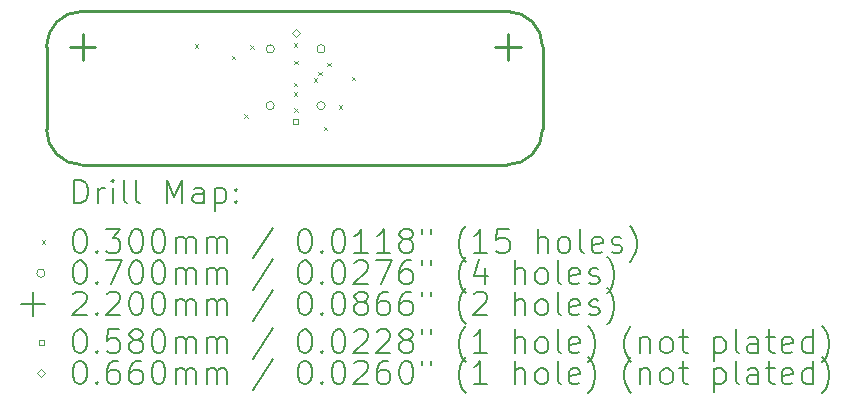
<source format=gbr>
%TF.GenerationSoftware,KiCad,Pcbnew,7.0.1*%
%TF.CreationDate,2023-04-25T19:49:49+02:00*%
%TF.ProjectId,daughterboard,64617567-6874-4657-9262-6f6172642e6b,1.0*%
%TF.SameCoordinates,Original*%
%TF.FileFunction,Drillmap*%
%TF.FilePolarity,Positive*%
%FSLAX45Y45*%
G04 Gerber Fmt 4.5, Leading zero omitted, Abs format (unit mm)*
G04 Created by KiCad (PCBNEW 7.0.1) date 2023-04-25 19:49:49*
%MOMM*%
%LPD*%
G01*
G04 APERTURE LIST*
%ADD10C,0.250000*%
%ADD11C,0.200000*%
%ADD12C,0.030000*%
%ADD13C,0.070000*%
%ADD14C,0.220000*%
%ADD15C,0.058000*%
%ADD16C,0.066000*%
G04 APERTURE END LIST*
D10*
X8446300Y-5104500D02*
G75*
G03*
X8146300Y-5404500I0J-300000D01*
G01*
X8146300Y-5404500D02*
X8146300Y-6104500D01*
X12046300Y-5104500D02*
X8446300Y-5104500D01*
X8446300Y-6404500D02*
X12046300Y-6404500D01*
X12346300Y-5404500D02*
G75*
G03*
X12046300Y-5104500I-300000J0D01*
G01*
X8146300Y-6104500D02*
G75*
G03*
X8446300Y-6404500I300000J0D01*
G01*
X12346300Y-6104500D02*
X12346300Y-5404500D01*
X12046300Y-6404500D02*
G75*
G03*
X12346300Y-6104500I0J300000D01*
G01*
D11*
D12*
X9399843Y-5381281D02*
X9429843Y-5411281D01*
X9429843Y-5381281D02*
X9399843Y-5411281D01*
X9714621Y-5479657D02*
X9744621Y-5509657D01*
X9744621Y-5479657D02*
X9714621Y-5509657D01*
X9820400Y-5975200D02*
X9850400Y-6005200D01*
X9850400Y-5975200D02*
X9820400Y-6005200D01*
X9869900Y-5390400D02*
X9899900Y-5420400D01*
X9899900Y-5390400D02*
X9869900Y-5420400D01*
X10240000Y-5709000D02*
X10270000Y-5739000D01*
X10270000Y-5709000D02*
X10240000Y-5739000D01*
X10240000Y-5791000D02*
X10270000Y-5821000D01*
X10270000Y-5791000D02*
X10240000Y-5821000D01*
X10240740Y-5375320D02*
X10270740Y-5405320D01*
X10270740Y-5375320D02*
X10240740Y-5405320D01*
X10241653Y-5923387D02*
X10271653Y-5953387D01*
X10271653Y-5923387D02*
X10241653Y-5953387D01*
X10243200Y-5523700D02*
X10273200Y-5553700D01*
X10273200Y-5523700D02*
X10243200Y-5553700D01*
X10406800Y-5673050D02*
X10436800Y-5703050D01*
X10436800Y-5673050D02*
X10406800Y-5703050D01*
X10448800Y-5615950D02*
X10478800Y-5645950D01*
X10478800Y-5615950D02*
X10448800Y-5645950D01*
X10491765Y-6082967D02*
X10521765Y-6112967D01*
X10521765Y-6082967D02*
X10491765Y-6112967D01*
X10524146Y-5539306D02*
X10554146Y-5569306D01*
X10554146Y-5539306D02*
X10524146Y-5569306D01*
X10621100Y-5899800D02*
X10651100Y-5929800D01*
X10651100Y-5899800D02*
X10621100Y-5929800D01*
X10731160Y-5658328D02*
X10761160Y-5688328D01*
X10761160Y-5658328D02*
X10731160Y-5688328D01*
D13*
X10075100Y-5423000D02*
G75*
G03*
X10075100Y-5423000I-35000J0D01*
G01*
X10075100Y-5903000D02*
G75*
G03*
X10075100Y-5903000I-35000J0D01*
G01*
X10505100Y-5423000D02*
G75*
G03*
X10505100Y-5423000I-35000J0D01*
G01*
X10505100Y-5903000D02*
G75*
G03*
X10505100Y-5903000I-35000J0D01*
G01*
D14*
X8450800Y-5296000D02*
X8450800Y-5516000D01*
X8340800Y-5406000D02*
X8560800Y-5406000D01*
X12053900Y-5292900D02*
X12053900Y-5512900D01*
X11943900Y-5402900D02*
X12163900Y-5402900D01*
D15*
X10275606Y-6058506D02*
X10275606Y-6017494D01*
X10234594Y-6017494D01*
X10234594Y-6058506D01*
X10275606Y-6058506D01*
D16*
X10255100Y-5321000D02*
X10288100Y-5288000D01*
X10255100Y-5255000D01*
X10222100Y-5288000D01*
X10255100Y-5321000D01*
D11*
X8381419Y-6729524D02*
X8381419Y-6529524D01*
X8381419Y-6529524D02*
X8429038Y-6529524D01*
X8429038Y-6529524D02*
X8457610Y-6539048D01*
X8457610Y-6539048D02*
X8476657Y-6558095D01*
X8476657Y-6558095D02*
X8486181Y-6577143D01*
X8486181Y-6577143D02*
X8495705Y-6615238D01*
X8495705Y-6615238D02*
X8495705Y-6643809D01*
X8495705Y-6643809D02*
X8486181Y-6681905D01*
X8486181Y-6681905D02*
X8476657Y-6700952D01*
X8476657Y-6700952D02*
X8457610Y-6720000D01*
X8457610Y-6720000D02*
X8429038Y-6729524D01*
X8429038Y-6729524D02*
X8381419Y-6729524D01*
X8581419Y-6729524D02*
X8581419Y-6596190D01*
X8581419Y-6634286D02*
X8590943Y-6615238D01*
X8590943Y-6615238D02*
X8600467Y-6605714D01*
X8600467Y-6605714D02*
X8619514Y-6596190D01*
X8619514Y-6596190D02*
X8638562Y-6596190D01*
X8705229Y-6729524D02*
X8705229Y-6596190D01*
X8705229Y-6529524D02*
X8695705Y-6539048D01*
X8695705Y-6539048D02*
X8705229Y-6548571D01*
X8705229Y-6548571D02*
X8714752Y-6539048D01*
X8714752Y-6539048D02*
X8705229Y-6529524D01*
X8705229Y-6529524D02*
X8705229Y-6548571D01*
X8829038Y-6729524D02*
X8809991Y-6720000D01*
X8809991Y-6720000D02*
X8800467Y-6700952D01*
X8800467Y-6700952D02*
X8800467Y-6529524D01*
X8933800Y-6729524D02*
X8914752Y-6720000D01*
X8914752Y-6720000D02*
X8905229Y-6700952D01*
X8905229Y-6700952D02*
X8905229Y-6529524D01*
X9162372Y-6729524D02*
X9162372Y-6529524D01*
X9162372Y-6529524D02*
X9229038Y-6672381D01*
X9229038Y-6672381D02*
X9295705Y-6529524D01*
X9295705Y-6529524D02*
X9295705Y-6729524D01*
X9476657Y-6729524D02*
X9476657Y-6624762D01*
X9476657Y-6624762D02*
X9467133Y-6605714D01*
X9467133Y-6605714D02*
X9448086Y-6596190D01*
X9448086Y-6596190D02*
X9409991Y-6596190D01*
X9409991Y-6596190D02*
X9390943Y-6605714D01*
X9476657Y-6720000D02*
X9457610Y-6729524D01*
X9457610Y-6729524D02*
X9409991Y-6729524D01*
X9409991Y-6729524D02*
X9390943Y-6720000D01*
X9390943Y-6720000D02*
X9381419Y-6700952D01*
X9381419Y-6700952D02*
X9381419Y-6681905D01*
X9381419Y-6681905D02*
X9390943Y-6662857D01*
X9390943Y-6662857D02*
X9409991Y-6653333D01*
X9409991Y-6653333D02*
X9457610Y-6653333D01*
X9457610Y-6653333D02*
X9476657Y-6643809D01*
X9571895Y-6596190D02*
X9571895Y-6796190D01*
X9571895Y-6605714D02*
X9590943Y-6596190D01*
X9590943Y-6596190D02*
X9629038Y-6596190D01*
X9629038Y-6596190D02*
X9648086Y-6605714D01*
X9648086Y-6605714D02*
X9657610Y-6615238D01*
X9657610Y-6615238D02*
X9667133Y-6634286D01*
X9667133Y-6634286D02*
X9667133Y-6691428D01*
X9667133Y-6691428D02*
X9657610Y-6710476D01*
X9657610Y-6710476D02*
X9648086Y-6720000D01*
X9648086Y-6720000D02*
X9629038Y-6729524D01*
X9629038Y-6729524D02*
X9590943Y-6729524D01*
X9590943Y-6729524D02*
X9571895Y-6720000D01*
X9752848Y-6710476D02*
X9762372Y-6720000D01*
X9762372Y-6720000D02*
X9752848Y-6729524D01*
X9752848Y-6729524D02*
X9743324Y-6720000D01*
X9743324Y-6720000D02*
X9752848Y-6710476D01*
X9752848Y-6710476D02*
X9752848Y-6729524D01*
X9752848Y-6605714D02*
X9762372Y-6615238D01*
X9762372Y-6615238D02*
X9752848Y-6624762D01*
X9752848Y-6624762D02*
X9743324Y-6615238D01*
X9743324Y-6615238D02*
X9752848Y-6605714D01*
X9752848Y-6605714D02*
X9752848Y-6624762D01*
D12*
X8103800Y-7042000D02*
X8133800Y-7072000D01*
X8133800Y-7042000D02*
X8103800Y-7072000D01*
D11*
X8419514Y-6949524D02*
X8438562Y-6949524D01*
X8438562Y-6949524D02*
X8457610Y-6959048D01*
X8457610Y-6959048D02*
X8467133Y-6968571D01*
X8467133Y-6968571D02*
X8476657Y-6987619D01*
X8476657Y-6987619D02*
X8486181Y-7025714D01*
X8486181Y-7025714D02*
X8486181Y-7073333D01*
X8486181Y-7073333D02*
X8476657Y-7111428D01*
X8476657Y-7111428D02*
X8467133Y-7130476D01*
X8467133Y-7130476D02*
X8457610Y-7140000D01*
X8457610Y-7140000D02*
X8438562Y-7149524D01*
X8438562Y-7149524D02*
X8419514Y-7149524D01*
X8419514Y-7149524D02*
X8400467Y-7140000D01*
X8400467Y-7140000D02*
X8390943Y-7130476D01*
X8390943Y-7130476D02*
X8381419Y-7111428D01*
X8381419Y-7111428D02*
X8371895Y-7073333D01*
X8371895Y-7073333D02*
X8371895Y-7025714D01*
X8371895Y-7025714D02*
X8381419Y-6987619D01*
X8381419Y-6987619D02*
X8390943Y-6968571D01*
X8390943Y-6968571D02*
X8400467Y-6959048D01*
X8400467Y-6959048D02*
X8419514Y-6949524D01*
X8571895Y-7130476D02*
X8581419Y-7140000D01*
X8581419Y-7140000D02*
X8571895Y-7149524D01*
X8571895Y-7149524D02*
X8562372Y-7140000D01*
X8562372Y-7140000D02*
X8571895Y-7130476D01*
X8571895Y-7130476D02*
X8571895Y-7149524D01*
X8648086Y-6949524D02*
X8771895Y-6949524D01*
X8771895Y-6949524D02*
X8705229Y-7025714D01*
X8705229Y-7025714D02*
X8733800Y-7025714D01*
X8733800Y-7025714D02*
X8752848Y-7035238D01*
X8752848Y-7035238D02*
X8762372Y-7044762D01*
X8762372Y-7044762D02*
X8771895Y-7063809D01*
X8771895Y-7063809D02*
X8771895Y-7111428D01*
X8771895Y-7111428D02*
X8762372Y-7130476D01*
X8762372Y-7130476D02*
X8752848Y-7140000D01*
X8752848Y-7140000D02*
X8733800Y-7149524D01*
X8733800Y-7149524D02*
X8676657Y-7149524D01*
X8676657Y-7149524D02*
X8657610Y-7140000D01*
X8657610Y-7140000D02*
X8648086Y-7130476D01*
X8895705Y-6949524D02*
X8914753Y-6949524D01*
X8914753Y-6949524D02*
X8933800Y-6959048D01*
X8933800Y-6959048D02*
X8943324Y-6968571D01*
X8943324Y-6968571D02*
X8952848Y-6987619D01*
X8952848Y-6987619D02*
X8962372Y-7025714D01*
X8962372Y-7025714D02*
X8962372Y-7073333D01*
X8962372Y-7073333D02*
X8952848Y-7111428D01*
X8952848Y-7111428D02*
X8943324Y-7130476D01*
X8943324Y-7130476D02*
X8933800Y-7140000D01*
X8933800Y-7140000D02*
X8914753Y-7149524D01*
X8914753Y-7149524D02*
X8895705Y-7149524D01*
X8895705Y-7149524D02*
X8876657Y-7140000D01*
X8876657Y-7140000D02*
X8867133Y-7130476D01*
X8867133Y-7130476D02*
X8857610Y-7111428D01*
X8857610Y-7111428D02*
X8848086Y-7073333D01*
X8848086Y-7073333D02*
X8848086Y-7025714D01*
X8848086Y-7025714D02*
X8857610Y-6987619D01*
X8857610Y-6987619D02*
X8867133Y-6968571D01*
X8867133Y-6968571D02*
X8876657Y-6959048D01*
X8876657Y-6959048D02*
X8895705Y-6949524D01*
X9086181Y-6949524D02*
X9105229Y-6949524D01*
X9105229Y-6949524D02*
X9124276Y-6959048D01*
X9124276Y-6959048D02*
X9133800Y-6968571D01*
X9133800Y-6968571D02*
X9143324Y-6987619D01*
X9143324Y-6987619D02*
X9152848Y-7025714D01*
X9152848Y-7025714D02*
X9152848Y-7073333D01*
X9152848Y-7073333D02*
X9143324Y-7111428D01*
X9143324Y-7111428D02*
X9133800Y-7130476D01*
X9133800Y-7130476D02*
X9124276Y-7140000D01*
X9124276Y-7140000D02*
X9105229Y-7149524D01*
X9105229Y-7149524D02*
X9086181Y-7149524D01*
X9086181Y-7149524D02*
X9067133Y-7140000D01*
X9067133Y-7140000D02*
X9057610Y-7130476D01*
X9057610Y-7130476D02*
X9048086Y-7111428D01*
X9048086Y-7111428D02*
X9038562Y-7073333D01*
X9038562Y-7073333D02*
X9038562Y-7025714D01*
X9038562Y-7025714D02*
X9048086Y-6987619D01*
X9048086Y-6987619D02*
X9057610Y-6968571D01*
X9057610Y-6968571D02*
X9067133Y-6959048D01*
X9067133Y-6959048D02*
X9086181Y-6949524D01*
X9238562Y-7149524D02*
X9238562Y-7016190D01*
X9238562Y-7035238D02*
X9248086Y-7025714D01*
X9248086Y-7025714D02*
X9267133Y-7016190D01*
X9267133Y-7016190D02*
X9295705Y-7016190D01*
X9295705Y-7016190D02*
X9314753Y-7025714D01*
X9314753Y-7025714D02*
X9324276Y-7044762D01*
X9324276Y-7044762D02*
X9324276Y-7149524D01*
X9324276Y-7044762D02*
X9333800Y-7025714D01*
X9333800Y-7025714D02*
X9352848Y-7016190D01*
X9352848Y-7016190D02*
X9381419Y-7016190D01*
X9381419Y-7016190D02*
X9400467Y-7025714D01*
X9400467Y-7025714D02*
X9409991Y-7044762D01*
X9409991Y-7044762D02*
X9409991Y-7149524D01*
X9505229Y-7149524D02*
X9505229Y-7016190D01*
X9505229Y-7035238D02*
X9514753Y-7025714D01*
X9514753Y-7025714D02*
X9533800Y-7016190D01*
X9533800Y-7016190D02*
X9562372Y-7016190D01*
X9562372Y-7016190D02*
X9581419Y-7025714D01*
X9581419Y-7025714D02*
X9590943Y-7044762D01*
X9590943Y-7044762D02*
X9590943Y-7149524D01*
X9590943Y-7044762D02*
X9600467Y-7025714D01*
X9600467Y-7025714D02*
X9619514Y-7016190D01*
X9619514Y-7016190D02*
X9648086Y-7016190D01*
X9648086Y-7016190D02*
X9667134Y-7025714D01*
X9667134Y-7025714D02*
X9676657Y-7044762D01*
X9676657Y-7044762D02*
X9676657Y-7149524D01*
X10067134Y-6940000D02*
X9895705Y-7197143D01*
X10324276Y-6949524D02*
X10343324Y-6949524D01*
X10343324Y-6949524D02*
X10362372Y-6959048D01*
X10362372Y-6959048D02*
X10371896Y-6968571D01*
X10371896Y-6968571D02*
X10381419Y-6987619D01*
X10381419Y-6987619D02*
X10390943Y-7025714D01*
X10390943Y-7025714D02*
X10390943Y-7073333D01*
X10390943Y-7073333D02*
X10381419Y-7111428D01*
X10381419Y-7111428D02*
X10371896Y-7130476D01*
X10371896Y-7130476D02*
X10362372Y-7140000D01*
X10362372Y-7140000D02*
X10343324Y-7149524D01*
X10343324Y-7149524D02*
X10324276Y-7149524D01*
X10324276Y-7149524D02*
X10305229Y-7140000D01*
X10305229Y-7140000D02*
X10295705Y-7130476D01*
X10295705Y-7130476D02*
X10286181Y-7111428D01*
X10286181Y-7111428D02*
X10276657Y-7073333D01*
X10276657Y-7073333D02*
X10276657Y-7025714D01*
X10276657Y-7025714D02*
X10286181Y-6987619D01*
X10286181Y-6987619D02*
X10295705Y-6968571D01*
X10295705Y-6968571D02*
X10305229Y-6959048D01*
X10305229Y-6959048D02*
X10324276Y-6949524D01*
X10476657Y-7130476D02*
X10486181Y-7140000D01*
X10486181Y-7140000D02*
X10476657Y-7149524D01*
X10476657Y-7149524D02*
X10467134Y-7140000D01*
X10467134Y-7140000D02*
X10476657Y-7130476D01*
X10476657Y-7130476D02*
X10476657Y-7149524D01*
X10609991Y-6949524D02*
X10629038Y-6949524D01*
X10629038Y-6949524D02*
X10648086Y-6959048D01*
X10648086Y-6959048D02*
X10657610Y-6968571D01*
X10657610Y-6968571D02*
X10667134Y-6987619D01*
X10667134Y-6987619D02*
X10676657Y-7025714D01*
X10676657Y-7025714D02*
X10676657Y-7073333D01*
X10676657Y-7073333D02*
X10667134Y-7111428D01*
X10667134Y-7111428D02*
X10657610Y-7130476D01*
X10657610Y-7130476D02*
X10648086Y-7140000D01*
X10648086Y-7140000D02*
X10629038Y-7149524D01*
X10629038Y-7149524D02*
X10609991Y-7149524D01*
X10609991Y-7149524D02*
X10590943Y-7140000D01*
X10590943Y-7140000D02*
X10581419Y-7130476D01*
X10581419Y-7130476D02*
X10571896Y-7111428D01*
X10571896Y-7111428D02*
X10562372Y-7073333D01*
X10562372Y-7073333D02*
X10562372Y-7025714D01*
X10562372Y-7025714D02*
X10571896Y-6987619D01*
X10571896Y-6987619D02*
X10581419Y-6968571D01*
X10581419Y-6968571D02*
X10590943Y-6959048D01*
X10590943Y-6959048D02*
X10609991Y-6949524D01*
X10867134Y-7149524D02*
X10752848Y-7149524D01*
X10809991Y-7149524D02*
X10809991Y-6949524D01*
X10809991Y-6949524D02*
X10790943Y-6978095D01*
X10790943Y-6978095D02*
X10771896Y-6997143D01*
X10771896Y-6997143D02*
X10752848Y-7006667D01*
X11057610Y-7149524D02*
X10943324Y-7149524D01*
X11000467Y-7149524D02*
X11000467Y-6949524D01*
X11000467Y-6949524D02*
X10981419Y-6978095D01*
X10981419Y-6978095D02*
X10962372Y-6997143D01*
X10962372Y-6997143D02*
X10943324Y-7006667D01*
X11171896Y-7035238D02*
X11152848Y-7025714D01*
X11152848Y-7025714D02*
X11143324Y-7016190D01*
X11143324Y-7016190D02*
X11133800Y-6997143D01*
X11133800Y-6997143D02*
X11133800Y-6987619D01*
X11133800Y-6987619D02*
X11143324Y-6968571D01*
X11143324Y-6968571D02*
X11152848Y-6959048D01*
X11152848Y-6959048D02*
X11171896Y-6949524D01*
X11171896Y-6949524D02*
X11209991Y-6949524D01*
X11209991Y-6949524D02*
X11229038Y-6959048D01*
X11229038Y-6959048D02*
X11238562Y-6968571D01*
X11238562Y-6968571D02*
X11248086Y-6987619D01*
X11248086Y-6987619D02*
X11248086Y-6997143D01*
X11248086Y-6997143D02*
X11238562Y-7016190D01*
X11238562Y-7016190D02*
X11229038Y-7025714D01*
X11229038Y-7025714D02*
X11209991Y-7035238D01*
X11209991Y-7035238D02*
X11171896Y-7035238D01*
X11171896Y-7035238D02*
X11152848Y-7044762D01*
X11152848Y-7044762D02*
X11143324Y-7054286D01*
X11143324Y-7054286D02*
X11133800Y-7073333D01*
X11133800Y-7073333D02*
X11133800Y-7111428D01*
X11133800Y-7111428D02*
X11143324Y-7130476D01*
X11143324Y-7130476D02*
X11152848Y-7140000D01*
X11152848Y-7140000D02*
X11171896Y-7149524D01*
X11171896Y-7149524D02*
X11209991Y-7149524D01*
X11209991Y-7149524D02*
X11229038Y-7140000D01*
X11229038Y-7140000D02*
X11238562Y-7130476D01*
X11238562Y-7130476D02*
X11248086Y-7111428D01*
X11248086Y-7111428D02*
X11248086Y-7073333D01*
X11248086Y-7073333D02*
X11238562Y-7054286D01*
X11238562Y-7054286D02*
X11229038Y-7044762D01*
X11229038Y-7044762D02*
X11209991Y-7035238D01*
X11324276Y-6949524D02*
X11324276Y-6987619D01*
X11400467Y-6949524D02*
X11400467Y-6987619D01*
X11695705Y-7225714D02*
X11686181Y-7216190D01*
X11686181Y-7216190D02*
X11667134Y-7187619D01*
X11667134Y-7187619D02*
X11657610Y-7168571D01*
X11657610Y-7168571D02*
X11648086Y-7140000D01*
X11648086Y-7140000D02*
X11638562Y-7092381D01*
X11638562Y-7092381D02*
X11638562Y-7054286D01*
X11638562Y-7054286D02*
X11648086Y-7006667D01*
X11648086Y-7006667D02*
X11657610Y-6978095D01*
X11657610Y-6978095D02*
X11667134Y-6959048D01*
X11667134Y-6959048D02*
X11686181Y-6930476D01*
X11686181Y-6930476D02*
X11695705Y-6920952D01*
X11876657Y-7149524D02*
X11762372Y-7149524D01*
X11819515Y-7149524D02*
X11819515Y-6949524D01*
X11819515Y-6949524D02*
X11800467Y-6978095D01*
X11800467Y-6978095D02*
X11781419Y-6997143D01*
X11781419Y-6997143D02*
X11762372Y-7006667D01*
X12057610Y-6949524D02*
X11962372Y-6949524D01*
X11962372Y-6949524D02*
X11952848Y-7044762D01*
X11952848Y-7044762D02*
X11962372Y-7035238D01*
X11962372Y-7035238D02*
X11981419Y-7025714D01*
X11981419Y-7025714D02*
X12029038Y-7025714D01*
X12029038Y-7025714D02*
X12048086Y-7035238D01*
X12048086Y-7035238D02*
X12057610Y-7044762D01*
X12057610Y-7044762D02*
X12067134Y-7063809D01*
X12067134Y-7063809D02*
X12067134Y-7111428D01*
X12067134Y-7111428D02*
X12057610Y-7130476D01*
X12057610Y-7130476D02*
X12048086Y-7140000D01*
X12048086Y-7140000D02*
X12029038Y-7149524D01*
X12029038Y-7149524D02*
X11981419Y-7149524D01*
X11981419Y-7149524D02*
X11962372Y-7140000D01*
X11962372Y-7140000D02*
X11952848Y-7130476D01*
X12305229Y-7149524D02*
X12305229Y-6949524D01*
X12390943Y-7149524D02*
X12390943Y-7044762D01*
X12390943Y-7044762D02*
X12381419Y-7025714D01*
X12381419Y-7025714D02*
X12362372Y-7016190D01*
X12362372Y-7016190D02*
X12333800Y-7016190D01*
X12333800Y-7016190D02*
X12314753Y-7025714D01*
X12314753Y-7025714D02*
X12305229Y-7035238D01*
X12514753Y-7149524D02*
X12495705Y-7140000D01*
X12495705Y-7140000D02*
X12486181Y-7130476D01*
X12486181Y-7130476D02*
X12476658Y-7111428D01*
X12476658Y-7111428D02*
X12476658Y-7054286D01*
X12476658Y-7054286D02*
X12486181Y-7035238D01*
X12486181Y-7035238D02*
X12495705Y-7025714D01*
X12495705Y-7025714D02*
X12514753Y-7016190D01*
X12514753Y-7016190D02*
X12543324Y-7016190D01*
X12543324Y-7016190D02*
X12562372Y-7025714D01*
X12562372Y-7025714D02*
X12571896Y-7035238D01*
X12571896Y-7035238D02*
X12581419Y-7054286D01*
X12581419Y-7054286D02*
X12581419Y-7111428D01*
X12581419Y-7111428D02*
X12571896Y-7130476D01*
X12571896Y-7130476D02*
X12562372Y-7140000D01*
X12562372Y-7140000D02*
X12543324Y-7149524D01*
X12543324Y-7149524D02*
X12514753Y-7149524D01*
X12695705Y-7149524D02*
X12676658Y-7140000D01*
X12676658Y-7140000D02*
X12667134Y-7120952D01*
X12667134Y-7120952D02*
X12667134Y-6949524D01*
X12848086Y-7140000D02*
X12829039Y-7149524D01*
X12829039Y-7149524D02*
X12790943Y-7149524D01*
X12790943Y-7149524D02*
X12771896Y-7140000D01*
X12771896Y-7140000D02*
X12762372Y-7120952D01*
X12762372Y-7120952D02*
X12762372Y-7044762D01*
X12762372Y-7044762D02*
X12771896Y-7025714D01*
X12771896Y-7025714D02*
X12790943Y-7016190D01*
X12790943Y-7016190D02*
X12829039Y-7016190D01*
X12829039Y-7016190D02*
X12848086Y-7025714D01*
X12848086Y-7025714D02*
X12857610Y-7044762D01*
X12857610Y-7044762D02*
X12857610Y-7063809D01*
X12857610Y-7063809D02*
X12762372Y-7082857D01*
X12933800Y-7140000D02*
X12952848Y-7149524D01*
X12952848Y-7149524D02*
X12990943Y-7149524D01*
X12990943Y-7149524D02*
X13009991Y-7140000D01*
X13009991Y-7140000D02*
X13019515Y-7120952D01*
X13019515Y-7120952D02*
X13019515Y-7111428D01*
X13019515Y-7111428D02*
X13009991Y-7092381D01*
X13009991Y-7092381D02*
X12990943Y-7082857D01*
X12990943Y-7082857D02*
X12962372Y-7082857D01*
X12962372Y-7082857D02*
X12943324Y-7073333D01*
X12943324Y-7073333D02*
X12933800Y-7054286D01*
X12933800Y-7054286D02*
X12933800Y-7044762D01*
X12933800Y-7044762D02*
X12943324Y-7025714D01*
X12943324Y-7025714D02*
X12962372Y-7016190D01*
X12962372Y-7016190D02*
X12990943Y-7016190D01*
X12990943Y-7016190D02*
X13009991Y-7025714D01*
X13086181Y-7225714D02*
X13095705Y-7216190D01*
X13095705Y-7216190D02*
X13114753Y-7187619D01*
X13114753Y-7187619D02*
X13124277Y-7168571D01*
X13124277Y-7168571D02*
X13133800Y-7140000D01*
X13133800Y-7140000D02*
X13143324Y-7092381D01*
X13143324Y-7092381D02*
X13143324Y-7054286D01*
X13143324Y-7054286D02*
X13133800Y-7006667D01*
X13133800Y-7006667D02*
X13124277Y-6978095D01*
X13124277Y-6978095D02*
X13114753Y-6959048D01*
X13114753Y-6959048D02*
X13095705Y-6930476D01*
X13095705Y-6930476D02*
X13086181Y-6920952D01*
D13*
X8133800Y-7321000D02*
G75*
G03*
X8133800Y-7321000I-35000J0D01*
G01*
D11*
X8419514Y-7213524D02*
X8438562Y-7213524D01*
X8438562Y-7213524D02*
X8457610Y-7223048D01*
X8457610Y-7223048D02*
X8467133Y-7232571D01*
X8467133Y-7232571D02*
X8476657Y-7251619D01*
X8476657Y-7251619D02*
X8486181Y-7289714D01*
X8486181Y-7289714D02*
X8486181Y-7337333D01*
X8486181Y-7337333D02*
X8476657Y-7375428D01*
X8476657Y-7375428D02*
X8467133Y-7394476D01*
X8467133Y-7394476D02*
X8457610Y-7404000D01*
X8457610Y-7404000D02*
X8438562Y-7413524D01*
X8438562Y-7413524D02*
X8419514Y-7413524D01*
X8419514Y-7413524D02*
X8400467Y-7404000D01*
X8400467Y-7404000D02*
X8390943Y-7394476D01*
X8390943Y-7394476D02*
X8381419Y-7375428D01*
X8381419Y-7375428D02*
X8371895Y-7337333D01*
X8371895Y-7337333D02*
X8371895Y-7289714D01*
X8371895Y-7289714D02*
X8381419Y-7251619D01*
X8381419Y-7251619D02*
X8390943Y-7232571D01*
X8390943Y-7232571D02*
X8400467Y-7223048D01*
X8400467Y-7223048D02*
X8419514Y-7213524D01*
X8571895Y-7394476D02*
X8581419Y-7404000D01*
X8581419Y-7404000D02*
X8571895Y-7413524D01*
X8571895Y-7413524D02*
X8562372Y-7404000D01*
X8562372Y-7404000D02*
X8571895Y-7394476D01*
X8571895Y-7394476D02*
X8571895Y-7413524D01*
X8648086Y-7213524D02*
X8781419Y-7213524D01*
X8781419Y-7213524D02*
X8695705Y-7413524D01*
X8895705Y-7213524D02*
X8914753Y-7213524D01*
X8914753Y-7213524D02*
X8933800Y-7223048D01*
X8933800Y-7223048D02*
X8943324Y-7232571D01*
X8943324Y-7232571D02*
X8952848Y-7251619D01*
X8952848Y-7251619D02*
X8962372Y-7289714D01*
X8962372Y-7289714D02*
X8962372Y-7337333D01*
X8962372Y-7337333D02*
X8952848Y-7375428D01*
X8952848Y-7375428D02*
X8943324Y-7394476D01*
X8943324Y-7394476D02*
X8933800Y-7404000D01*
X8933800Y-7404000D02*
X8914753Y-7413524D01*
X8914753Y-7413524D02*
X8895705Y-7413524D01*
X8895705Y-7413524D02*
X8876657Y-7404000D01*
X8876657Y-7404000D02*
X8867133Y-7394476D01*
X8867133Y-7394476D02*
X8857610Y-7375428D01*
X8857610Y-7375428D02*
X8848086Y-7337333D01*
X8848086Y-7337333D02*
X8848086Y-7289714D01*
X8848086Y-7289714D02*
X8857610Y-7251619D01*
X8857610Y-7251619D02*
X8867133Y-7232571D01*
X8867133Y-7232571D02*
X8876657Y-7223048D01*
X8876657Y-7223048D02*
X8895705Y-7213524D01*
X9086181Y-7213524D02*
X9105229Y-7213524D01*
X9105229Y-7213524D02*
X9124276Y-7223048D01*
X9124276Y-7223048D02*
X9133800Y-7232571D01*
X9133800Y-7232571D02*
X9143324Y-7251619D01*
X9143324Y-7251619D02*
X9152848Y-7289714D01*
X9152848Y-7289714D02*
X9152848Y-7337333D01*
X9152848Y-7337333D02*
X9143324Y-7375428D01*
X9143324Y-7375428D02*
X9133800Y-7394476D01*
X9133800Y-7394476D02*
X9124276Y-7404000D01*
X9124276Y-7404000D02*
X9105229Y-7413524D01*
X9105229Y-7413524D02*
X9086181Y-7413524D01*
X9086181Y-7413524D02*
X9067133Y-7404000D01*
X9067133Y-7404000D02*
X9057610Y-7394476D01*
X9057610Y-7394476D02*
X9048086Y-7375428D01*
X9048086Y-7375428D02*
X9038562Y-7337333D01*
X9038562Y-7337333D02*
X9038562Y-7289714D01*
X9038562Y-7289714D02*
X9048086Y-7251619D01*
X9048086Y-7251619D02*
X9057610Y-7232571D01*
X9057610Y-7232571D02*
X9067133Y-7223048D01*
X9067133Y-7223048D02*
X9086181Y-7213524D01*
X9238562Y-7413524D02*
X9238562Y-7280190D01*
X9238562Y-7299238D02*
X9248086Y-7289714D01*
X9248086Y-7289714D02*
X9267133Y-7280190D01*
X9267133Y-7280190D02*
X9295705Y-7280190D01*
X9295705Y-7280190D02*
X9314753Y-7289714D01*
X9314753Y-7289714D02*
X9324276Y-7308762D01*
X9324276Y-7308762D02*
X9324276Y-7413524D01*
X9324276Y-7308762D02*
X9333800Y-7289714D01*
X9333800Y-7289714D02*
X9352848Y-7280190D01*
X9352848Y-7280190D02*
X9381419Y-7280190D01*
X9381419Y-7280190D02*
X9400467Y-7289714D01*
X9400467Y-7289714D02*
X9409991Y-7308762D01*
X9409991Y-7308762D02*
X9409991Y-7413524D01*
X9505229Y-7413524D02*
X9505229Y-7280190D01*
X9505229Y-7299238D02*
X9514753Y-7289714D01*
X9514753Y-7289714D02*
X9533800Y-7280190D01*
X9533800Y-7280190D02*
X9562372Y-7280190D01*
X9562372Y-7280190D02*
X9581419Y-7289714D01*
X9581419Y-7289714D02*
X9590943Y-7308762D01*
X9590943Y-7308762D02*
X9590943Y-7413524D01*
X9590943Y-7308762D02*
X9600467Y-7289714D01*
X9600467Y-7289714D02*
X9619514Y-7280190D01*
X9619514Y-7280190D02*
X9648086Y-7280190D01*
X9648086Y-7280190D02*
X9667134Y-7289714D01*
X9667134Y-7289714D02*
X9676657Y-7308762D01*
X9676657Y-7308762D02*
X9676657Y-7413524D01*
X10067134Y-7204000D02*
X9895705Y-7461143D01*
X10324276Y-7213524D02*
X10343324Y-7213524D01*
X10343324Y-7213524D02*
X10362372Y-7223048D01*
X10362372Y-7223048D02*
X10371896Y-7232571D01*
X10371896Y-7232571D02*
X10381419Y-7251619D01*
X10381419Y-7251619D02*
X10390943Y-7289714D01*
X10390943Y-7289714D02*
X10390943Y-7337333D01*
X10390943Y-7337333D02*
X10381419Y-7375428D01*
X10381419Y-7375428D02*
X10371896Y-7394476D01*
X10371896Y-7394476D02*
X10362372Y-7404000D01*
X10362372Y-7404000D02*
X10343324Y-7413524D01*
X10343324Y-7413524D02*
X10324276Y-7413524D01*
X10324276Y-7413524D02*
X10305229Y-7404000D01*
X10305229Y-7404000D02*
X10295705Y-7394476D01*
X10295705Y-7394476D02*
X10286181Y-7375428D01*
X10286181Y-7375428D02*
X10276657Y-7337333D01*
X10276657Y-7337333D02*
X10276657Y-7289714D01*
X10276657Y-7289714D02*
X10286181Y-7251619D01*
X10286181Y-7251619D02*
X10295705Y-7232571D01*
X10295705Y-7232571D02*
X10305229Y-7223048D01*
X10305229Y-7223048D02*
X10324276Y-7213524D01*
X10476657Y-7394476D02*
X10486181Y-7404000D01*
X10486181Y-7404000D02*
X10476657Y-7413524D01*
X10476657Y-7413524D02*
X10467134Y-7404000D01*
X10467134Y-7404000D02*
X10476657Y-7394476D01*
X10476657Y-7394476D02*
X10476657Y-7413524D01*
X10609991Y-7213524D02*
X10629038Y-7213524D01*
X10629038Y-7213524D02*
X10648086Y-7223048D01*
X10648086Y-7223048D02*
X10657610Y-7232571D01*
X10657610Y-7232571D02*
X10667134Y-7251619D01*
X10667134Y-7251619D02*
X10676657Y-7289714D01*
X10676657Y-7289714D02*
X10676657Y-7337333D01*
X10676657Y-7337333D02*
X10667134Y-7375428D01*
X10667134Y-7375428D02*
X10657610Y-7394476D01*
X10657610Y-7394476D02*
X10648086Y-7404000D01*
X10648086Y-7404000D02*
X10629038Y-7413524D01*
X10629038Y-7413524D02*
X10609991Y-7413524D01*
X10609991Y-7413524D02*
X10590943Y-7404000D01*
X10590943Y-7404000D02*
X10581419Y-7394476D01*
X10581419Y-7394476D02*
X10571896Y-7375428D01*
X10571896Y-7375428D02*
X10562372Y-7337333D01*
X10562372Y-7337333D02*
X10562372Y-7289714D01*
X10562372Y-7289714D02*
X10571896Y-7251619D01*
X10571896Y-7251619D02*
X10581419Y-7232571D01*
X10581419Y-7232571D02*
X10590943Y-7223048D01*
X10590943Y-7223048D02*
X10609991Y-7213524D01*
X10752848Y-7232571D02*
X10762372Y-7223048D01*
X10762372Y-7223048D02*
X10781419Y-7213524D01*
X10781419Y-7213524D02*
X10829038Y-7213524D01*
X10829038Y-7213524D02*
X10848086Y-7223048D01*
X10848086Y-7223048D02*
X10857610Y-7232571D01*
X10857610Y-7232571D02*
X10867134Y-7251619D01*
X10867134Y-7251619D02*
X10867134Y-7270667D01*
X10867134Y-7270667D02*
X10857610Y-7299238D01*
X10857610Y-7299238D02*
X10743324Y-7413524D01*
X10743324Y-7413524D02*
X10867134Y-7413524D01*
X10933800Y-7213524D02*
X11067134Y-7213524D01*
X11067134Y-7213524D02*
X10981419Y-7413524D01*
X11229038Y-7213524D02*
X11190943Y-7213524D01*
X11190943Y-7213524D02*
X11171896Y-7223048D01*
X11171896Y-7223048D02*
X11162372Y-7232571D01*
X11162372Y-7232571D02*
X11143324Y-7261143D01*
X11143324Y-7261143D02*
X11133800Y-7299238D01*
X11133800Y-7299238D02*
X11133800Y-7375428D01*
X11133800Y-7375428D02*
X11143324Y-7394476D01*
X11143324Y-7394476D02*
X11152848Y-7404000D01*
X11152848Y-7404000D02*
X11171896Y-7413524D01*
X11171896Y-7413524D02*
X11209991Y-7413524D01*
X11209991Y-7413524D02*
X11229038Y-7404000D01*
X11229038Y-7404000D02*
X11238562Y-7394476D01*
X11238562Y-7394476D02*
X11248086Y-7375428D01*
X11248086Y-7375428D02*
X11248086Y-7327809D01*
X11248086Y-7327809D02*
X11238562Y-7308762D01*
X11238562Y-7308762D02*
X11229038Y-7299238D01*
X11229038Y-7299238D02*
X11209991Y-7289714D01*
X11209991Y-7289714D02*
X11171896Y-7289714D01*
X11171896Y-7289714D02*
X11152848Y-7299238D01*
X11152848Y-7299238D02*
X11143324Y-7308762D01*
X11143324Y-7308762D02*
X11133800Y-7327809D01*
X11324276Y-7213524D02*
X11324276Y-7251619D01*
X11400467Y-7213524D02*
X11400467Y-7251619D01*
X11695705Y-7489714D02*
X11686181Y-7480190D01*
X11686181Y-7480190D02*
X11667134Y-7451619D01*
X11667134Y-7451619D02*
X11657610Y-7432571D01*
X11657610Y-7432571D02*
X11648086Y-7404000D01*
X11648086Y-7404000D02*
X11638562Y-7356381D01*
X11638562Y-7356381D02*
X11638562Y-7318286D01*
X11638562Y-7318286D02*
X11648086Y-7270667D01*
X11648086Y-7270667D02*
X11657610Y-7242095D01*
X11657610Y-7242095D02*
X11667134Y-7223048D01*
X11667134Y-7223048D02*
X11686181Y-7194476D01*
X11686181Y-7194476D02*
X11695705Y-7184952D01*
X11857610Y-7280190D02*
X11857610Y-7413524D01*
X11809991Y-7204000D02*
X11762372Y-7346857D01*
X11762372Y-7346857D02*
X11886181Y-7346857D01*
X12114753Y-7413524D02*
X12114753Y-7213524D01*
X12200467Y-7413524D02*
X12200467Y-7308762D01*
X12200467Y-7308762D02*
X12190943Y-7289714D01*
X12190943Y-7289714D02*
X12171896Y-7280190D01*
X12171896Y-7280190D02*
X12143324Y-7280190D01*
X12143324Y-7280190D02*
X12124277Y-7289714D01*
X12124277Y-7289714D02*
X12114753Y-7299238D01*
X12324277Y-7413524D02*
X12305229Y-7404000D01*
X12305229Y-7404000D02*
X12295705Y-7394476D01*
X12295705Y-7394476D02*
X12286181Y-7375428D01*
X12286181Y-7375428D02*
X12286181Y-7318286D01*
X12286181Y-7318286D02*
X12295705Y-7299238D01*
X12295705Y-7299238D02*
X12305229Y-7289714D01*
X12305229Y-7289714D02*
X12324277Y-7280190D01*
X12324277Y-7280190D02*
X12352848Y-7280190D01*
X12352848Y-7280190D02*
X12371896Y-7289714D01*
X12371896Y-7289714D02*
X12381419Y-7299238D01*
X12381419Y-7299238D02*
X12390943Y-7318286D01*
X12390943Y-7318286D02*
X12390943Y-7375428D01*
X12390943Y-7375428D02*
X12381419Y-7394476D01*
X12381419Y-7394476D02*
X12371896Y-7404000D01*
X12371896Y-7404000D02*
X12352848Y-7413524D01*
X12352848Y-7413524D02*
X12324277Y-7413524D01*
X12505229Y-7413524D02*
X12486181Y-7404000D01*
X12486181Y-7404000D02*
X12476658Y-7384952D01*
X12476658Y-7384952D02*
X12476658Y-7213524D01*
X12657610Y-7404000D02*
X12638562Y-7413524D01*
X12638562Y-7413524D02*
X12600467Y-7413524D01*
X12600467Y-7413524D02*
X12581419Y-7404000D01*
X12581419Y-7404000D02*
X12571896Y-7384952D01*
X12571896Y-7384952D02*
X12571896Y-7308762D01*
X12571896Y-7308762D02*
X12581419Y-7289714D01*
X12581419Y-7289714D02*
X12600467Y-7280190D01*
X12600467Y-7280190D02*
X12638562Y-7280190D01*
X12638562Y-7280190D02*
X12657610Y-7289714D01*
X12657610Y-7289714D02*
X12667134Y-7308762D01*
X12667134Y-7308762D02*
X12667134Y-7327809D01*
X12667134Y-7327809D02*
X12571896Y-7346857D01*
X12743324Y-7404000D02*
X12762372Y-7413524D01*
X12762372Y-7413524D02*
X12800467Y-7413524D01*
X12800467Y-7413524D02*
X12819515Y-7404000D01*
X12819515Y-7404000D02*
X12829039Y-7384952D01*
X12829039Y-7384952D02*
X12829039Y-7375428D01*
X12829039Y-7375428D02*
X12819515Y-7356381D01*
X12819515Y-7356381D02*
X12800467Y-7346857D01*
X12800467Y-7346857D02*
X12771896Y-7346857D01*
X12771896Y-7346857D02*
X12752848Y-7337333D01*
X12752848Y-7337333D02*
X12743324Y-7318286D01*
X12743324Y-7318286D02*
X12743324Y-7308762D01*
X12743324Y-7308762D02*
X12752848Y-7289714D01*
X12752848Y-7289714D02*
X12771896Y-7280190D01*
X12771896Y-7280190D02*
X12800467Y-7280190D01*
X12800467Y-7280190D02*
X12819515Y-7289714D01*
X12895705Y-7489714D02*
X12905229Y-7480190D01*
X12905229Y-7480190D02*
X12924277Y-7451619D01*
X12924277Y-7451619D02*
X12933800Y-7432571D01*
X12933800Y-7432571D02*
X12943324Y-7404000D01*
X12943324Y-7404000D02*
X12952848Y-7356381D01*
X12952848Y-7356381D02*
X12952848Y-7318286D01*
X12952848Y-7318286D02*
X12943324Y-7270667D01*
X12943324Y-7270667D02*
X12933800Y-7242095D01*
X12933800Y-7242095D02*
X12924277Y-7223048D01*
X12924277Y-7223048D02*
X12905229Y-7194476D01*
X12905229Y-7194476D02*
X12895705Y-7184952D01*
X8033800Y-7485000D02*
X8033800Y-7685000D01*
X7933800Y-7585000D02*
X8133800Y-7585000D01*
X8371895Y-7496571D02*
X8381419Y-7487048D01*
X8381419Y-7487048D02*
X8400467Y-7477524D01*
X8400467Y-7477524D02*
X8448086Y-7477524D01*
X8448086Y-7477524D02*
X8467133Y-7487048D01*
X8467133Y-7487048D02*
X8476657Y-7496571D01*
X8476657Y-7496571D02*
X8486181Y-7515619D01*
X8486181Y-7515619D02*
X8486181Y-7534667D01*
X8486181Y-7534667D02*
X8476657Y-7563238D01*
X8476657Y-7563238D02*
X8362371Y-7677524D01*
X8362371Y-7677524D02*
X8486181Y-7677524D01*
X8571895Y-7658476D02*
X8581419Y-7668000D01*
X8581419Y-7668000D02*
X8571895Y-7677524D01*
X8571895Y-7677524D02*
X8562372Y-7668000D01*
X8562372Y-7668000D02*
X8571895Y-7658476D01*
X8571895Y-7658476D02*
X8571895Y-7677524D01*
X8657610Y-7496571D02*
X8667133Y-7487048D01*
X8667133Y-7487048D02*
X8686181Y-7477524D01*
X8686181Y-7477524D02*
X8733800Y-7477524D01*
X8733800Y-7477524D02*
X8752848Y-7487048D01*
X8752848Y-7487048D02*
X8762372Y-7496571D01*
X8762372Y-7496571D02*
X8771895Y-7515619D01*
X8771895Y-7515619D02*
X8771895Y-7534667D01*
X8771895Y-7534667D02*
X8762372Y-7563238D01*
X8762372Y-7563238D02*
X8648086Y-7677524D01*
X8648086Y-7677524D02*
X8771895Y-7677524D01*
X8895705Y-7477524D02*
X8914753Y-7477524D01*
X8914753Y-7477524D02*
X8933800Y-7487048D01*
X8933800Y-7487048D02*
X8943324Y-7496571D01*
X8943324Y-7496571D02*
X8952848Y-7515619D01*
X8952848Y-7515619D02*
X8962372Y-7553714D01*
X8962372Y-7553714D02*
X8962372Y-7601333D01*
X8962372Y-7601333D02*
X8952848Y-7639428D01*
X8952848Y-7639428D02*
X8943324Y-7658476D01*
X8943324Y-7658476D02*
X8933800Y-7668000D01*
X8933800Y-7668000D02*
X8914753Y-7677524D01*
X8914753Y-7677524D02*
X8895705Y-7677524D01*
X8895705Y-7677524D02*
X8876657Y-7668000D01*
X8876657Y-7668000D02*
X8867133Y-7658476D01*
X8867133Y-7658476D02*
X8857610Y-7639428D01*
X8857610Y-7639428D02*
X8848086Y-7601333D01*
X8848086Y-7601333D02*
X8848086Y-7553714D01*
X8848086Y-7553714D02*
X8857610Y-7515619D01*
X8857610Y-7515619D02*
X8867133Y-7496571D01*
X8867133Y-7496571D02*
X8876657Y-7487048D01*
X8876657Y-7487048D02*
X8895705Y-7477524D01*
X9086181Y-7477524D02*
X9105229Y-7477524D01*
X9105229Y-7477524D02*
X9124276Y-7487048D01*
X9124276Y-7487048D02*
X9133800Y-7496571D01*
X9133800Y-7496571D02*
X9143324Y-7515619D01*
X9143324Y-7515619D02*
X9152848Y-7553714D01*
X9152848Y-7553714D02*
X9152848Y-7601333D01*
X9152848Y-7601333D02*
X9143324Y-7639428D01*
X9143324Y-7639428D02*
X9133800Y-7658476D01*
X9133800Y-7658476D02*
X9124276Y-7668000D01*
X9124276Y-7668000D02*
X9105229Y-7677524D01*
X9105229Y-7677524D02*
X9086181Y-7677524D01*
X9086181Y-7677524D02*
X9067133Y-7668000D01*
X9067133Y-7668000D02*
X9057610Y-7658476D01*
X9057610Y-7658476D02*
X9048086Y-7639428D01*
X9048086Y-7639428D02*
X9038562Y-7601333D01*
X9038562Y-7601333D02*
X9038562Y-7553714D01*
X9038562Y-7553714D02*
X9048086Y-7515619D01*
X9048086Y-7515619D02*
X9057610Y-7496571D01*
X9057610Y-7496571D02*
X9067133Y-7487048D01*
X9067133Y-7487048D02*
X9086181Y-7477524D01*
X9238562Y-7677524D02*
X9238562Y-7544190D01*
X9238562Y-7563238D02*
X9248086Y-7553714D01*
X9248086Y-7553714D02*
X9267133Y-7544190D01*
X9267133Y-7544190D02*
X9295705Y-7544190D01*
X9295705Y-7544190D02*
X9314753Y-7553714D01*
X9314753Y-7553714D02*
X9324276Y-7572762D01*
X9324276Y-7572762D02*
X9324276Y-7677524D01*
X9324276Y-7572762D02*
X9333800Y-7553714D01*
X9333800Y-7553714D02*
X9352848Y-7544190D01*
X9352848Y-7544190D02*
X9381419Y-7544190D01*
X9381419Y-7544190D02*
X9400467Y-7553714D01*
X9400467Y-7553714D02*
X9409991Y-7572762D01*
X9409991Y-7572762D02*
X9409991Y-7677524D01*
X9505229Y-7677524D02*
X9505229Y-7544190D01*
X9505229Y-7563238D02*
X9514753Y-7553714D01*
X9514753Y-7553714D02*
X9533800Y-7544190D01*
X9533800Y-7544190D02*
X9562372Y-7544190D01*
X9562372Y-7544190D02*
X9581419Y-7553714D01*
X9581419Y-7553714D02*
X9590943Y-7572762D01*
X9590943Y-7572762D02*
X9590943Y-7677524D01*
X9590943Y-7572762D02*
X9600467Y-7553714D01*
X9600467Y-7553714D02*
X9619514Y-7544190D01*
X9619514Y-7544190D02*
X9648086Y-7544190D01*
X9648086Y-7544190D02*
X9667134Y-7553714D01*
X9667134Y-7553714D02*
X9676657Y-7572762D01*
X9676657Y-7572762D02*
X9676657Y-7677524D01*
X10067134Y-7468000D02*
X9895705Y-7725143D01*
X10324276Y-7477524D02*
X10343324Y-7477524D01*
X10343324Y-7477524D02*
X10362372Y-7487048D01*
X10362372Y-7487048D02*
X10371896Y-7496571D01*
X10371896Y-7496571D02*
X10381419Y-7515619D01*
X10381419Y-7515619D02*
X10390943Y-7553714D01*
X10390943Y-7553714D02*
X10390943Y-7601333D01*
X10390943Y-7601333D02*
X10381419Y-7639428D01*
X10381419Y-7639428D02*
X10371896Y-7658476D01*
X10371896Y-7658476D02*
X10362372Y-7668000D01*
X10362372Y-7668000D02*
X10343324Y-7677524D01*
X10343324Y-7677524D02*
X10324276Y-7677524D01*
X10324276Y-7677524D02*
X10305229Y-7668000D01*
X10305229Y-7668000D02*
X10295705Y-7658476D01*
X10295705Y-7658476D02*
X10286181Y-7639428D01*
X10286181Y-7639428D02*
X10276657Y-7601333D01*
X10276657Y-7601333D02*
X10276657Y-7553714D01*
X10276657Y-7553714D02*
X10286181Y-7515619D01*
X10286181Y-7515619D02*
X10295705Y-7496571D01*
X10295705Y-7496571D02*
X10305229Y-7487048D01*
X10305229Y-7487048D02*
X10324276Y-7477524D01*
X10476657Y-7658476D02*
X10486181Y-7668000D01*
X10486181Y-7668000D02*
X10476657Y-7677524D01*
X10476657Y-7677524D02*
X10467134Y-7668000D01*
X10467134Y-7668000D02*
X10476657Y-7658476D01*
X10476657Y-7658476D02*
X10476657Y-7677524D01*
X10609991Y-7477524D02*
X10629038Y-7477524D01*
X10629038Y-7477524D02*
X10648086Y-7487048D01*
X10648086Y-7487048D02*
X10657610Y-7496571D01*
X10657610Y-7496571D02*
X10667134Y-7515619D01*
X10667134Y-7515619D02*
X10676657Y-7553714D01*
X10676657Y-7553714D02*
X10676657Y-7601333D01*
X10676657Y-7601333D02*
X10667134Y-7639428D01*
X10667134Y-7639428D02*
X10657610Y-7658476D01*
X10657610Y-7658476D02*
X10648086Y-7668000D01*
X10648086Y-7668000D02*
X10629038Y-7677524D01*
X10629038Y-7677524D02*
X10609991Y-7677524D01*
X10609991Y-7677524D02*
X10590943Y-7668000D01*
X10590943Y-7668000D02*
X10581419Y-7658476D01*
X10581419Y-7658476D02*
X10571896Y-7639428D01*
X10571896Y-7639428D02*
X10562372Y-7601333D01*
X10562372Y-7601333D02*
X10562372Y-7553714D01*
X10562372Y-7553714D02*
X10571896Y-7515619D01*
X10571896Y-7515619D02*
X10581419Y-7496571D01*
X10581419Y-7496571D02*
X10590943Y-7487048D01*
X10590943Y-7487048D02*
X10609991Y-7477524D01*
X10790943Y-7563238D02*
X10771896Y-7553714D01*
X10771896Y-7553714D02*
X10762372Y-7544190D01*
X10762372Y-7544190D02*
X10752848Y-7525143D01*
X10752848Y-7525143D02*
X10752848Y-7515619D01*
X10752848Y-7515619D02*
X10762372Y-7496571D01*
X10762372Y-7496571D02*
X10771896Y-7487048D01*
X10771896Y-7487048D02*
X10790943Y-7477524D01*
X10790943Y-7477524D02*
X10829038Y-7477524D01*
X10829038Y-7477524D02*
X10848086Y-7487048D01*
X10848086Y-7487048D02*
X10857610Y-7496571D01*
X10857610Y-7496571D02*
X10867134Y-7515619D01*
X10867134Y-7515619D02*
X10867134Y-7525143D01*
X10867134Y-7525143D02*
X10857610Y-7544190D01*
X10857610Y-7544190D02*
X10848086Y-7553714D01*
X10848086Y-7553714D02*
X10829038Y-7563238D01*
X10829038Y-7563238D02*
X10790943Y-7563238D01*
X10790943Y-7563238D02*
X10771896Y-7572762D01*
X10771896Y-7572762D02*
X10762372Y-7582286D01*
X10762372Y-7582286D02*
X10752848Y-7601333D01*
X10752848Y-7601333D02*
X10752848Y-7639428D01*
X10752848Y-7639428D02*
X10762372Y-7658476D01*
X10762372Y-7658476D02*
X10771896Y-7668000D01*
X10771896Y-7668000D02*
X10790943Y-7677524D01*
X10790943Y-7677524D02*
X10829038Y-7677524D01*
X10829038Y-7677524D02*
X10848086Y-7668000D01*
X10848086Y-7668000D02*
X10857610Y-7658476D01*
X10857610Y-7658476D02*
X10867134Y-7639428D01*
X10867134Y-7639428D02*
X10867134Y-7601333D01*
X10867134Y-7601333D02*
X10857610Y-7582286D01*
X10857610Y-7582286D02*
X10848086Y-7572762D01*
X10848086Y-7572762D02*
X10829038Y-7563238D01*
X11038562Y-7477524D02*
X11000467Y-7477524D01*
X11000467Y-7477524D02*
X10981419Y-7487048D01*
X10981419Y-7487048D02*
X10971896Y-7496571D01*
X10971896Y-7496571D02*
X10952848Y-7525143D01*
X10952848Y-7525143D02*
X10943324Y-7563238D01*
X10943324Y-7563238D02*
X10943324Y-7639428D01*
X10943324Y-7639428D02*
X10952848Y-7658476D01*
X10952848Y-7658476D02*
X10962372Y-7668000D01*
X10962372Y-7668000D02*
X10981419Y-7677524D01*
X10981419Y-7677524D02*
X11019515Y-7677524D01*
X11019515Y-7677524D02*
X11038562Y-7668000D01*
X11038562Y-7668000D02*
X11048086Y-7658476D01*
X11048086Y-7658476D02*
X11057610Y-7639428D01*
X11057610Y-7639428D02*
X11057610Y-7591809D01*
X11057610Y-7591809D02*
X11048086Y-7572762D01*
X11048086Y-7572762D02*
X11038562Y-7563238D01*
X11038562Y-7563238D02*
X11019515Y-7553714D01*
X11019515Y-7553714D02*
X10981419Y-7553714D01*
X10981419Y-7553714D02*
X10962372Y-7563238D01*
X10962372Y-7563238D02*
X10952848Y-7572762D01*
X10952848Y-7572762D02*
X10943324Y-7591809D01*
X11229038Y-7477524D02*
X11190943Y-7477524D01*
X11190943Y-7477524D02*
X11171896Y-7487048D01*
X11171896Y-7487048D02*
X11162372Y-7496571D01*
X11162372Y-7496571D02*
X11143324Y-7525143D01*
X11143324Y-7525143D02*
X11133800Y-7563238D01*
X11133800Y-7563238D02*
X11133800Y-7639428D01*
X11133800Y-7639428D02*
X11143324Y-7658476D01*
X11143324Y-7658476D02*
X11152848Y-7668000D01*
X11152848Y-7668000D02*
X11171896Y-7677524D01*
X11171896Y-7677524D02*
X11209991Y-7677524D01*
X11209991Y-7677524D02*
X11229038Y-7668000D01*
X11229038Y-7668000D02*
X11238562Y-7658476D01*
X11238562Y-7658476D02*
X11248086Y-7639428D01*
X11248086Y-7639428D02*
X11248086Y-7591809D01*
X11248086Y-7591809D02*
X11238562Y-7572762D01*
X11238562Y-7572762D02*
X11229038Y-7563238D01*
X11229038Y-7563238D02*
X11209991Y-7553714D01*
X11209991Y-7553714D02*
X11171896Y-7553714D01*
X11171896Y-7553714D02*
X11152848Y-7563238D01*
X11152848Y-7563238D02*
X11143324Y-7572762D01*
X11143324Y-7572762D02*
X11133800Y-7591809D01*
X11324276Y-7477524D02*
X11324276Y-7515619D01*
X11400467Y-7477524D02*
X11400467Y-7515619D01*
X11695705Y-7753714D02*
X11686181Y-7744190D01*
X11686181Y-7744190D02*
X11667134Y-7715619D01*
X11667134Y-7715619D02*
X11657610Y-7696571D01*
X11657610Y-7696571D02*
X11648086Y-7668000D01*
X11648086Y-7668000D02*
X11638562Y-7620381D01*
X11638562Y-7620381D02*
X11638562Y-7582286D01*
X11638562Y-7582286D02*
X11648086Y-7534667D01*
X11648086Y-7534667D02*
X11657610Y-7506095D01*
X11657610Y-7506095D02*
X11667134Y-7487048D01*
X11667134Y-7487048D02*
X11686181Y-7458476D01*
X11686181Y-7458476D02*
X11695705Y-7448952D01*
X11762372Y-7496571D02*
X11771896Y-7487048D01*
X11771896Y-7487048D02*
X11790943Y-7477524D01*
X11790943Y-7477524D02*
X11838562Y-7477524D01*
X11838562Y-7477524D02*
X11857610Y-7487048D01*
X11857610Y-7487048D02*
X11867134Y-7496571D01*
X11867134Y-7496571D02*
X11876657Y-7515619D01*
X11876657Y-7515619D02*
X11876657Y-7534667D01*
X11876657Y-7534667D02*
X11867134Y-7563238D01*
X11867134Y-7563238D02*
X11752848Y-7677524D01*
X11752848Y-7677524D02*
X11876657Y-7677524D01*
X12114753Y-7677524D02*
X12114753Y-7477524D01*
X12200467Y-7677524D02*
X12200467Y-7572762D01*
X12200467Y-7572762D02*
X12190943Y-7553714D01*
X12190943Y-7553714D02*
X12171896Y-7544190D01*
X12171896Y-7544190D02*
X12143324Y-7544190D01*
X12143324Y-7544190D02*
X12124277Y-7553714D01*
X12124277Y-7553714D02*
X12114753Y-7563238D01*
X12324277Y-7677524D02*
X12305229Y-7668000D01*
X12305229Y-7668000D02*
X12295705Y-7658476D01*
X12295705Y-7658476D02*
X12286181Y-7639428D01*
X12286181Y-7639428D02*
X12286181Y-7582286D01*
X12286181Y-7582286D02*
X12295705Y-7563238D01*
X12295705Y-7563238D02*
X12305229Y-7553714D01*
X12305229Y-7553714D02*
X12324277Y-7544190D01*
X12324277Y-7544190D02*
X12352848Y-7544190D01*
X12352848Y-7544190D02*
X12371896Y-7553714D01*
X12371896Y-7553714D02*
X12381419Y-7563238D01*
X12381419Y-7563238D02*
X12390943Y-7582286D01*
X12390943Y-7582286D02*
X12390943Y-7639428D01*
X12390943Y-7639428D02*
X12381419Y-7658476D01*
X12381419Y-7658476D02*
X12371896Y-7668000D01*
X12371896Y-7668000D02*
X12352848Y-7677524D01*
X12352848Y-7677524D02*
X12324277Y-7677524D01*
X12505229Y-7677524D02*
X12486181Y-7668000D01*
X12486181Y-7668000D02*
X12476658Y-7648952D01*
X12476658Y-7648952D02*
X12476658Y-7477524D01*
X12657610Y-7668000D02*
X12638562Y-7677524D01*
X12638562Y-7677524D02*
X12600467Y-7677524D01*
X12600467Y-7677524D02*
X12581419Y-7668000D01*
X12581419Y-7668000D02*
X12571896Y-7648952D01*
X12571896Y-7648952D02*
X12571896Y-7572762D01*
X12571896Y-7572762D02*
X12581419Y-7553714D01*
X12581419Y-7553714D02*
X12600467Y-7544190D01*
X12600467Y-7544190D02*
X12638562Y-7544190D01*
X12638562Y-7544190D02*
X12657610Y-7553714D01*
X12657610Y-7553714D02*
X12667134Y-7572762D01*
X12667134Y-7572762D02*
X12667134Y-7591809D01*
X12667134Y-7591809D02*
X12571896Y-7610857D01*
X12743324Y-7668000D02*
X12762372Y-7677524D01*
X12762372Y-7677524D02*
X12800467Y-7677524D01*
X12800467Y-7677524D02*
X12819515Y-7668000D01*
X12819515Y-7668000D02*
X12829039Y-7648952D01*
X12829039Y-7648952D02*
X12829039Y-7639428D01*
X12829039Y-7639428D02*
X12819515Y-7620381D01*
X12819515Y-7620381D02*
X12800467Y-7610857D01*
X12800467Y-7610857D02*
X12771896Y-7610857D01*
X12771896Y-7610857D02*
X12752848Y-7601333D01*
X12752848Y-7601333D02*
X12743324Y-7582286D01*
X12743324Y-7582286D02*
X12743324Y-7572762D01*
X12743324Y-7572762D02*
X12752848Y-7553714D01*
X12752848Y-7553714D02*
X12771896Y-7544190D01*
X12771896Y-7544190D02*
X12800467Y-7544190D01*
X12800467Y-7544190D02*
X12819515Y-7553714D01*
X12895705Y-7753714D02*
X12905229Y-7744190D01*
X12905229Y-7744190D02*
X12924277Y-7715619D01*
X12924277Y-7715619D02*
X12933800Y-7696571D01*
X12933800Y-7696571D02*
X12943324Y-7668000D01*
X12943324Y-7668000D02*
X12952848Y-7620381D01*
X12952848Y-7620381D02*
X12952848Y-7582286D01*
X12952848Y-7582286D02*
X12943324Y-7534667D01*
X12943324Y-7534667D02*
X12933800Y-7506095D01*
X12933800Y-7506095D02*
X12924277Y-7487048D01*
X12924277Y-7487048D02*
X12905229Y-7458476D01*
X12905229Y-7458476D02*
X12895705Y-7448952D01*
D15*
X8125306Y-7925506D02*
X8125306Y-7884494D01*
X8084294Y-7884494D01*
X8084294Y-7925506D01*
X8125306Y-7925506D01*
D11*
X8419514Y-7797524D02*
X8438562Y-7797524D01*
X8438562Y-7797524D02*
X8457610Y-7807048D01*
X8457610Y-7807048D02*
X8467133Y-7816571D01*
X8467133Y-7816571D02*
X8476657Y-7835619D01*
X8476657Y-7835619D02*
X8486181Y-7873714D01*
X8486181Y-7873714D02*
X8486181Y-7921333D01*
X8486181Y-7921333D02*
X8476657Y-7959428D01*
X8476657Y-7959428D02*
X8467133Y-7978476D01*
X8467133Y-7978476D02*
X8457610Y-7988000D01*
X8457610Y-7988000D02*
X8438562Y-7997524D01*
X8438562Y-7997524D02*
X8419514Y-7997524D01*
X8419514Y-7997524D02*
X8400467Y-7988000D01*
X8400467Y-7988000D02*
X8390943Y-7978476D01*
X8390943Y-7978476D02*
X8381419Y-7959428D01*
X8381419Y-7959428D02*
X8371895Y-7921333D01*
X8371895Y-7921333D02*
X8371895Y-7873714D01*
X8371895Y-7873714D02*
X8381419Y-7835619D01*
X8381419Y-7835619D02*
X8390943Y-7816571D01*
X8390943Y-7816571D02*
X8400467Y-7807048D01*
X8400467Y-7807048D02*
X8419514Y-7797524D01*
X8571895Y-7978476D02*
X8581419Y-7988000D01*
X8581419Y-7988000D02*
X8571895Y-7997524D01*
X8571895Y-7997524D02*
X8562372Y-7988000D01*
X8562372Y-7988000D02*
X8571895Y-7978476D01*
X8571895Y-7978476D02*
X8571895Y-7997524D01*
X8762372Y-7797524D02*
X8667133Y-7797524D01*
X8667133Y-7797524D02*
X8657610Y-7892762D01*
X8657610Y-7892762D02*
X8667133Y-7883238D01*
X8667133Y-7883238D02*
X8686181Y-7873714D01*
X8686181Y-7873714D02*
X8733800Y-7873714D01*
X8733800Y-7873714D02*
X8752848Y-7883238D01*
X8752848Y-7883238D02*
X8762372Y-7892762D01*
X8762372Y-7892762D02*
X8771895Y-7911809D01*
X8771895Y-7911809D02*
X8771895Y-7959428D01*
X8771895Y-7959428D02*
X8762372Y-7978476D01*
X8762372Y-7978476D02*
X8752848Y-7988000D01*
X8752848Y-7988000D02*
X8733800Y-7997524D01*
X8733800Y-7997524D02*
X8686181Y-7997524D01*
X8686181Y-7997524D02*
X8667133Y-7988000D01*
X8667133Y-7988000D02*
X8657610Y-7978476D01*
X8886181Y-7883238D02*
X8867133Y-7873714D01*
X8867133Y-7873714D02*
X8857610Y-7864190D01*
X8857610Y-7864190D02*
X8848086Y-7845143D01*
X8848086Y-7845143D02*
X8848086Y-7835619D01*
X8848086Y-7835619D02*
X8857610Y-7816571D01*
X8857610Y-7816571D02*
X8867133Y-7807048D01*
X8867133Y-7807048D02*
X8886181Y-7797524D01*
X8886181Y-7797524D02*
X8924276Y-7797524D01*
X8924276Y-7797524D02*
X8943324Y-7807048D01*
X8943324Y-7807048D02*
X8952848Y-7816571D01*
X8952848Y-7816571D02*
X8962372Y-7835619D01*
X8962372Y-7835619D02*
X8962372Y-7845143D01*
X8962372Y-7845143D02*
X8952848Y-7864190D01*
X8952848Y-7864190D02*
X8943324Y-7873714D01*
X8943324Y-7873714D02*
X8924276Y-7883238D01*
X8924276Y-7883238D02*
X8886181Y-7883238D01*
X8886181Y-7883238D02*
X8867133Y-7892762D01*
X8867133Y-7892762D02*
X8857610Y-7902286D01*
X8857610Y-7902286D02*
X8848086Y-7921333D01*
X8848086Y-7921333D02*
X8848086Y-7959428D01*
X8848086Y-7959428D02*
X8857610Y-7978476D01*
X8857610Y-7978476D02*
X8867133Y-7988000D01*
X8867133Y-7988000D02*
X8886181Y-7997524D01*
X8886181Y-7997524D02*
X8924276Y-7997524D01*
X8924276Y-7997524D02*
X8943324Y-7988000D01*
X8943324Y-7988000D02*
X8952848Y-7978476D01*
X8952848Y-7978476D02*
X8962372Y-7959428D01*
X8962372Y-7959428D02*
X8962372Y-7921333D01*
X8962372Y-7921333D02*
X8952848Y-7902286D01*
X8952848Y-7902286D02*
X8943324Y-7892762D01*
X8943324Y-7892762D02*
X8924276Y-7883238D01*
X9086181Y-7797524D02*
X9105229Y-7797524D01*
X9105229Y-7797524D02*
X9124276Y-7807048D01*
X9124276Y-7807048D02*
X9133800Y-7816571D01*
X9133800Y-7816571D02*
X9143324Y-7835619D01*
X9143324Y-7835619D02*
X9152848Y-7873714D01*
X9152848Y-7873714D02*
X9152848Y-7921333D01*
X9152848Y-7921333D02*
X9143324Y-7959428D01*
X9143324Y-7959428D02*
X9133800Y-7978476D01*
X9133800Y-7978476D02*
X9124276Y-7988000D01*
X9124276Y-7988000D02*
X9105229Y-7997524D01*
X9105229Y-7997524D02*
X9086181Y-7997524D01*
X9086181Y-7997524D02*
X9067133Y-7988000D01*
X9067133Y-7988000D02*
X9057610Y-7978476D01*
X9057610Y-7978476D02*
X9048086Y-7959428D01*
X9048086Y-7959428D02*
X9038562Y-7921333D01*
X9038562Y-7921333D02*
X9038562Y-7873714D01*
X9038562Y-7873714D02*
X9048086Y-7835619D01*
X9048086Y-7835619D02*
X9057610Y-7816571D01*
X9057610Y-7816571D02*
X9067133Y-7807048D01*
X9067133Y-7807048D02*
X9086181Y-7797524D01*
X9238562Y-7997524D02*
X9238562Y-7864190D01*
X9238562Y-7883238D02*
X9248086Y-7873714D01*
X9248086Y-7873714D02*
X9267133Y-7864190D01*
X9267133Y-7864190D02*
X9295705Y-7864190D01*
X9295705Y-7864190D02*
X9314753Y-7873714D01*
X9314753Y-7873714D02*
X9324276Y-7892762D01*
X9324276Y-7892762D02*
X9324276Y-7997524D01*
X9324276Y-7892762D02*
X9333800Y-7873714D01*
X9333800Y-7873714D02*
X9352848Y-7864190D01*
X9352848Y-7864190D02*
X9381419Y-7864190D01*
X9381419Y-7864190D02*
X9400467Y-7873714D01*
X9400467Y-7873714D02*
X9409991Y-7892762D01*
X9409991Y-7892762D02*
X9409991Y-7997524D01*
X9505229Y-7997524D02*
X9505229Y-7864190D01*
X9505229Y-7883238D02*
X9514753Y-7873714D01*
X9514753Y-7873714D02*
X9533800Y-7864190D01*
X9533800Y-7864190D02*
X9562372Y-7864190D01*
X9562372Y-7864190D02*
X9581419Y-7873714D01*
X9581419Y-7873714D02*
X9590943Y-7892762D01*
X9590943Y-7892762D02*
X9590943Y-7997524D01*
X9590943Y-7892762D02*
X9600467Y-7873714D01*
X9600467Y-7873714D02*
X9619514Y-7864190D01*
X9619514Y-7864190D02*
X9648086Y-7864190D01*
X9648086Y-7864190D02*
X9667134Y-7873714D01*
X9667134Y-7873714D02*
X9676657Y-7892762D01*
X9676657Y-7892762D02*
X9676657Y-7997524D01*
X10067134Y-7788000D02*
X9895705Y-8045143D01*
X10324276Y-7797524D02*
X10343324Y-7797524D01*
X10343324Y-7797524D02*
X10362372Y-7807048D01*
X10362372Y-7807048D02*
X10371896Y-7816571D01*
X10371896Y-7816571D02*
X10381419Y-7835619D01*
X10381419Y-7835619D02*
X10390943Y-7873714D01*
X10390943Y-7873714D02*
X10390943Y-7921333D01*
X10390943Y-7921333D02*
X10381419Y-7959428D01*
X10381419Y-7959428D02*
X10371896Y-7978476D01*
X10371896Y-7978476D02*
X10362372Y-7988000D01*
X10362372Y-7988000D02*
X10343324Y-7997524D01*
X10343324Y-7997524D02*
X10324276Y-7997524D01*
X10324276Y-7997524D02*
X10305229Y-7988000D01*
X10305229Y-7988000D02*
X10295705Y-7978476D01*
X10295705Y-7978476D02*
X10286181Y-7959428D01*
X10286181Y-7959428D02*
X10276657Y-7921333D01*
X10276657Y-7921333D02*
X10276657Y-7873714D01*
X10276657Y-7873714D02*
X10286181Y-7835619D01*
X10286181Y-7835619D02*
X10295705Y-7816571D01*
X10295705Y-7816571D02*
X10305229Y-7807048D01*
X10305229Y-7807048D02*
X10324276Y-7797524D01*
X10476657Y-7978476D02*
X10486181Y-7988000D01*
X10486181Y-7988000D02*
X10476657Y-7997524D01*
X10476657Y-7997524D02*
X10467134Y-7988000D01*
X10467134Y-7988000D02*
X10476657Y-7978476D01*
X10476657Y-7978476D02*
X10476657Y-7997524D01*
X10609991Y-7797524D02*
X10629038Y-7797524D01*
X10629038Y-7797524D02*
X10648086Y-7807048D01*
X10648086Y-7807048D02*
X10657610Y-7816571D01*
X10657610Y-7816571D02*
X10667134Y-7835619D01*
X10667134Y-7835619D02*
X10676657Y-7873714D01*
X10676657Y-7873714D02*
X10676657Y-7921333D01*
X10676657Y-7921333D02*
X10667134Y-7959428D01*
X10667134Y-7959428D02*
X10657610Y-7978476D01*
X10657610Y-7978476D02*
X10648086Y-7988000D01*
X10648086Y-7988000D02*
X10629038Y-7997524D01*
X10629038Y-7997524D02*
X10609991Y-7997524D01*
X10609991Y-7997524D02*
X10590943Y-7988000D01*
X10590943Y-7988000D02*
X10581419Y-7978476D01*
X10581419Y-7978476D02*
X10571896Y-7959428D01*
X10571896Y-7959428D02*
X10562372Y-7921333D01*
X10562372Y-7921333D02*
X10562372Y-7873714D01*
X10562372Y-7873714D02*
X10571896Y-7835619D01*
X10571896Y-7835619D02*
X10581419Y-7816571D01*
X10581419Y-7816571D02*
X10590943Y-7807048D01*
X10590943Y-7807048D02*
X10609991Y-7797524D01*
X10752848Y-7816571D02*
X10762372Y-7807048D01*
X10762372Y-7807048D02*
X10781419Y-7797524D01*
X10781419Y-7797524D02*
X10829038Y-7797524D01*
X10829038Y-7797524D02*
X10848086Y-7807048D01*
X10848086Y-7807048D02*
X10857610Y-7816571D01*
X10857610Y-7816571D02*
X10867134Y-7835619D01*
X10867134Y-7835619D02*
X10867134Y-7854667D01*
X10867134Y-7854667D02*
X10857610Y-7883238D01*
X10857610Y-7883238D02*
X10743324Y-7997524D01*
X10743324Y-7997524D02*
X10867134Y-7997524D01*
X10943324Y-7816571D02*
X10952848Y-7807048D01*
X10952848Y-7807048D02*
X10971896Y-7797524D01*
X10971896Y-7797524D02*
X11019515Y-7797524D01*
X11019515Y-7797524D02*
X11038562Y-7807048D01*
X11038562Y-7807048D02*
X11048086Y-7816571D01*
X11048086Y-7816571D02*
X11057610Y-7835619D01*
X11057610Y-7835619D02*
X11057610Y-7854667D01*
X11057610Y-7854667D02*
X11048086Y-7883238D01*
X11048086Y-7883238D02*
X10933800Y-7997524D01*
X10933800Y-7997524D02*
X11057610Y-7997524D01*
X11171896Y-7883238D02*
X11152848Y-7873714D01*
X11152848Y-7873714D02*
X11143324Y-7864190D01*
X11143324Y-7864190D02*
X11133800Y-7845143D01*
X11133800Y-7845143D02*
X11133800Y-7835619D01*
X11133800Y-7835619D02*
X11143324Y-7816571D01*
X11143324Y-7816571D02*
X11152848Y-7807048D01*
X11152848Y-7807048D02*
X11171896Y-7797524D01*
X11171896Y-7797524D02*
X11209991Y-7797524D01*
X11209991Y-7797524D02*
X11229038Y-7807048D01*
X11229038Y-7807048D02*
X11238562Y-7816571D01*
X11238562Y-7816571D02*
X11248086Y-7835619D01*
X11248086Y-7835619D02*
X11248086Y-7845143D01*
X11248086Y-7845143D02*
X11238562Y-7864190D01*
X11238562Y-7864190D02*
X11229038Y-7873714D01*
X11229038Y-7873714D02*
X11209991Y-7883238D01*
X11209991Y-7883238D02*
X11171896Y-7883238D01*
X11171896Y-7883238D02*
X11152848Y-7892762D01*
X11152848Y-7892762D02*
X11143324Y-7902286D01*
X11143324Y-7902286D02*
X11133800Y-7921333D01*
X11133800Y-7921333D02*
X11133800Y-7959428D01*
X11133800Y-7959428D02*
X11143324Y-7978476D01*
X11143324Y-7978476D02*
X11152848Y-7988000D01*
X11152848Y-7988000D02*
X11171896Y-7997524D01*
X11171896Y-7997524D02*
X11209991Y-7997524D01*
X11209991Y-7997524D02*
X11229038Y-7988000D01*
X11229038Y-7988000D02*
X11238562Y-7978476D01*
X11238562Y-7978476D02*
X11248086Y-7959428D01*
X11248086Y-7959428D02*
X11248086Y-7921333D01*
X11248086Y-7921333D02*
X11238562Y-7902286D01*
X11238562Y-7902286D02*
X11229038Y-7892762D01*
X11229038Y-7892762D02*
X11209991Y-7883238D01*
X11324276Y-7797524D02*
X11324276Y-7835619D01*
X11400467Y-7797524D02*
X11400467Y-7835619D01*
X11695705Y-8073714D02*
X11686181Y-8064190D01*
X11686181Y-8064190D02*
X11667134Y-8035619D01*
X11667134Y-8035619D02*
X11657610Y-8016571D01*
X11657610Y-8016571D02*
X11648086Y-7988000D01*
X11648086Y-7988000D02*
X11638562Y-7940381D01*
X11638562Y-7940381D02*
X11638562Y-7902286D01*
X11638562Y-7902286D02*
X11648086Y-7854667D01*
X11648086Y-7854667D02*
X11657610Y-7826095D01*
X11657610Y-7826095D02*
X11667134Y-7807048D01*
X11667134Y-7807048D02*
X11686181Y-7778476D01*
X11686181Y-7778476D02*
X11695705Y-7768952D01*
X11876657Y-7997524D02*
X11762372Y-7997524D01*
X11819515Y-7997524D02*
X11819515Y-7797524D01*
X11819515Y-7797524D02*
X11800467Y-7826095D01*
X11800467Y-7826095D02*
X11781419Y-7845143D01*
X11781419Y-7845143D02*
X11762372Y-7854667D01*
X12114753Y-7997524D02*
X12114753Y-7797524D01*
X12200467Y-7997524D02*
X12200467Y-7892762D01*
X12200467Y-7892762D02*
X12190943Y-7873714D01*
X12190943Y-7873714D02*
X12171896Y-7864190D01*
X12171896Y-7864190D02*
X12143324Y-7864190D01*
X12143324Y-7864190D02*
X12124277Y-7873714D01*
X12124277Y-7873714D02*
X12114753Y-7883238D01*
X12324277Y-7997524D02*
X12305229Y-7988000D01*
X12305229Y-7988000D02*
X12295705Y-7978476D01*
X12295705Y-7978476D02*
X12286181Y-7959428D01*
X12286181Y-7959428D02*
X12286181Y-7902286D01*
X12286181Y-7902286D02*
X12295705Y-7883238D01*
X12295705Y-7883238D02*
X12305229Y-7873714D01*
X12305229Y-7873714D02*
X12324277Y-7864190D01*
X12324277Y-7864190D02*
X12352848Y-7864190D01*
X12352848Y-7864190D02*
X12371896Y-7873714D01*
X12371896Y-7873714D02*
X12381419Y-7883238D01*
X12381419Y-7883238D02*
X12390943Y-7902286D01*
X12390943Y-7902286D02*
X12390943Y-7959428D01*
X12390943Y-7959428D02*
X12381419Y-7978476D01*
X12381419Y-7978476D02*
X12371896Y-7988000D01*
X12371896Y-7988000D02*
X12352848Y-7997524D01*
X12352848Y-7997524D02*
X12324277Y-7997524D01*
X12505229Y-7997524D02*
X12486181Y-7988000D01*
X12486181Y-7988000D02*
X12476658Y-7968952D01*
X12476658Y-7968952D02*
X12476658Y-7797524D01*
X12657610Y-7988000D02*
X12638562Y-7997524D01*
X12638562Y-7997524D02*
X12600467Y-7997524D01*
X12600467Y-7997524D02*
X12581419Y-7988000D01*
X12581419Y-7988000D02*
X12571896Y-7968952D01*
X12571896Y-7968952D02*
X12571896Y-7892762D01*
X12571896Y-7892762D02*
X12581419Y-7873714D01*
X12581419Y-7873714D02*
X12600467Y-7864190D01*
X12600467Y-7864190D02*
X12638562Y-7864190D01*
X12638562Y-7864190D02*
X12657610Y-7873714D01*
X12657610Y-7873714D02*
X12667134Y-7892762D01*
X12667134Y-7892762D02*
X12667134Y-7911809D01*
X12667134Y-7911809D02*
X12571896Y-7930857D01*
X12733800Y-8073714D02*
X12743324Y-8064190D01*
X12743324Y-8064190D02*
X12762372Y-8035619D01*
X12762372Y-8035619D02*
X12771896Y-8016571D01*
X12771896Y-8016571D02*
X12781419Y-7988000D01*
X12781419Y-7988000D02*
X12790943Y-7940381D01*
X12790943Y-7940381D02*
X12790943Y-7902286D01*
X12790943Y-7902286D02*
X12781419Y-7854667D01*
X12781419Y-7854667D02*
X12771896Y-7826095D01*
X12771896Y-7826095D02*
X12762372Y-7807048D01*
X12762372Y-7807048D02*
X12743324Y-7778476D01*
X12743324Y-7778476D02*
X12733800Y-7768952D01*
X13095705Y-8073714D02*
X13086181Y-8064190D01*
X13086181Y-8064190D02*
X13067134Y-8035619D01*
X13067134Y-8035619D02*
X13057610Y-8016571D01*
X13057610Y-8016571D02*
X13048086Y-7988000D01*
X13048086Y-7988000D02*
X13038562Y-7940381D01*
X13038562Y-7940381D02*
X13038562Y-7902286D01*
X13038562Y-7902286D02*
X13048086Y-7854667D01*
X13048086Y-7854667D02*
X13057610Y-7826095D01*
X13057610Y-7826095D02*
X13067134Y-7807048D01*
X13067134Y-7807048D02*
X13086181Y-7778476D01*
X13086181Y-7778476D02*
X13095705Y-7768952D01*
X13171896Y-7864190D02*
X13171896Y-7997524D01*
X13171896Y-7883238D02*
X13181419Y-7873714D01*
X13181419Y-7873714D02*
X13200467Y-7864190D01*
X13200467Y-7864190D02*
X13229039Y-7864190D01*
X13229039Y-7864190D02*
X13248086Y-7873714D01*
X13248086Y-7873714D02*
X13257610Y-7892762D01*
X13257610Y-7892762D02*
X13257610Y-7997524D01*
X13381419Y-7997524D02*
X13362372Y-7988000D01*
X13362372Y-7988000D02*
X13352848Y-7978476D01*
X13352848Y-7978476D02*
X13343324Y-7959428D01*
X13343324Y-7959428D02*
X13343324Y-7902286D01*
X13343324Y-7902286D02*
X13352848Y-7883238D01*
X13352848Y-7883238D02*
X13362372Y-7873714D01*
X13362372Y-7873714D02*
X13381419Y-7864190D01*
X13381419Y-7864190D02*
X13409991Y-7864190D01*
X13409991Y-7864190D02*
X13429039Y-7873714D01*
X13429039Y-7873714D02*
X13438562Y-7883238D01*
X13438562Y-7883238D02*
X13448086Y-7902286D01*
X13448086Y-7902286D02*
X13448086Y-7959428D01*
X13448086Y-7959428D02*
X13438562Y-7978476D01*
X13438562Y-7978476D02*
X13429039Y-7988000D01*
X13429039Y-7988000D02*
X13409991Y-7997524D01*
X13409991Y-7997524D02*
X13381419Y-7997524D01*
X13505229Y-7864190D02*
X13581419Y-7864190D01*
X13533800Y-7797524D02*
X13533800Y-7968952D01*
X13533800Y-7968952D02*
X13543324Y-7988000D01*
X13543324Y-7988000D02*
X13562372Y-7997524D01*
X13562372Y-7997524D02*
X13581419Y-7997524D01*
X13800467Y-7864190D02*
X13800467Y-8064190D01*
X13800467Y-7873714D02*
X13819515Y-7864190D01*
X13819515Y-7864190D02*
X13857610Y-7864190D01*
X13857610Y-7864190D02*
X13876658Y-7873714D01*
X13876658Y-7873714D02*
X13886181Y-7883238D01*
X13886181Y-7883238D02*
X13895705Y-7902286D01*
X13895705Y-7902286D02*
X13895705Y-7959428D01*
X13895705Y-7959428D02*
X13886181Y-7978476D01*
X13886181Y-7978476D02*
X13876658Y-7988000D01*
X13876658Y-7988000D02*
X13857610Y-7997524D01*
X13857610Y-7997524D02*
X13819515Y-7997524D01*
X13819515Y-7997524D02*
X13800467Y-7988000D01*
X14009991Y-7997524D02*
X13990943Y-7988000D01*
X13990943Y-7988000D02*
X13981420Y-7968952D01*
X13981420Y-7968952D02*
X13981420Y-7797524D01*
X14171896Y-7997524D02*
X14171896Y-7892762D01*
X14171896Y-7892762D02*
X14162372Y-7873714D01*
X14162372Y-7873714D02*
X14143324Y-7864190D01*
X14143324Y-7864190D02*
X14105229Y-7864190D01*
X14105229Y-7864190D02*
X14086181Y-7873714D01*
X14171896Y-7988000D02*
X14152848Y-7997524D01*
X14152848Y-7997524D02*
X14105229Y-7997524D01*
X14105229Y-7997524D02*
X14086181Y-7988000D01*
X14086181Y-7988000D02*
X14076658Y-7968952D01*
X14076658Y-7968952D02*
X14076658Y-7949905D01*
X14076658Y-7949905D02*
X14086181Y-7930857D01*
X14086181Y-7930857D02*
X14105229Y-7921333D01*
X14105229Y-7921333D02*
X14152848Y-7921333D01*
X14152848Y-7921333D02*
X14171896Y-7911809D01*
X14238562Y-7864190D02*
X14314753Y-7864190D01*
X14267134Y-7797524D02*
X14267134Y-7968952D01*
X14267134Y-7968952D02*
X14276658Y-7988000D01*
X14276658Y-7988000D02*
X14295705Y-7997524D01*
X14295705Y-7997524D02*
X14314753Y-7997524D01*
X14457610Y-7988000D02*
X14438562Y-7997524D01*
X14438562Y-7997524D02*
X14400467Y-7997524D01*
X14400467Y-7997524D02*
X14381420Y-7988000D01*
X14381420Y-7988000D02*
X14371896Y-7968952D01*
X14371896Y-7968952D02*
X14371896Y-7892762D01*
X14371896Y-7892762D02*
X14381420Y-7873714D01*
X14381420Y-7873714D02*
X14400467Y-7864190D01*
X14400467Y-7864190D02*
X14438562Y-7864190D01*
X14438562Y-7864190D02*
X14457610Y-7873714D01*
X14457610Y-7873714D02*
X14467134Y-7892762D01*
X14467134Y-7892762D02*
X14467134Y-7911809D01*
X14467134Y-7911809D02*
X14371896Y-7930857D01*
X14638562Y-7997524D02*
X14638562Y-7797524D01*
X14638562Y-7988000D02*
X14619515Y-7997524D01*
X14619515Y-7997524D02*
X14581420Y-7997524D01*
X14581420Y-7997524D02*
X14562372Y-7988000D01*
X14562372Y-7988000D02*
X14552848Y-7978476D01*
X14552848Y-7978476D02*
X14543324Y-7959428D01*
X14543324Y-7959428D02*
X14543324Y-7902286D01*
X14543324Y-7902286D02*
X14552848Y-7883238D01*
X14552848Y-7883238D02*
X14562372Y-7873714D01*
X14562372Y-7873714D02*
X14581420Y-7864190D01*
X14581420Y-7864190D02*
X14619515Y-7864190D01*
X14619515Y-7864190D02*
X14638562Y-7873714D01*
X14714753Y-8073714D02*
X14724277Y-8064190D01*
X14724277Y-8064190D02*
X14743324Y-8035619D01*
X14743324Y-8035619D02*
X14752848Y-8016571D01*
X14752848Y-8016571D02*
X14762372Y-7988000D01*
X14762372Y-7988000D02*
X14771896Y-7940381D01*
X14771896Y-7940381D02*
X14771896Y-7902286D01*
X14771896Y-7902286D02*
X14762372Y-7854667D01*
X14762372Y-7854667D02*
X14752848Y-7826095D01*
X14752848Y-7826095D02*
X14743324Y-7807048D01*
X14743324Y-7807048D02*
X14724277Y-7778476D01*
X14724277Y-7778476D02*
X14714753Y-7768952D01*
D16*
X8100800Y-8202000D02*
X8133800Y-8169000D01*
X8100800Y-8136000D01*
X8067800Y-8169000D01*
X8100800Y-8202000D01*
D11*
X8419514Y-8061524D02*
X8438562Y-8061524D01*
X8438562Y-8061524D02*
X8457610Y-8071048D01*
X8457610Y-8071048D02*
X8467133Y-8080571D01*
X8467133Y-8080571D02*
X8476657Y-8099619D01*
X8476657Y-8099619D02*
X8486181Y-8137714D01*
X8486181Y-8137714D02*
X8486181Y-8185333D01*
X8486181Y-8185333D02*
X8476657Y-8223428D01*
X8476657Y-8223428D02*
X8467133Y-8242476D01*
X8467133Y-8242476D02*
X8457610Y-8252000D01*
X8457610Y-8252000D02*
X8438562Y-8261524D01*
X8438562Y-8261524D02*
X8419514Y-8261524D01*
X8419514Y-8261524D02*
X8400467Y-8252000D01*
X8400467Y-8252000D02*
X8390943Y-8242476D01*
X8390943Y-8242476D02*
X8381419Y-8223428D01*
X8381419Y-8223428D02*
X8371895Y-8185333D01*
X8371895Y-8185333D02*
X8371895Y-8137714D01*
X8371895Y-8137714D02*
X8381419Y-8099619D01*
X8381419Y-8099619D02*
X8390943Y-8080571D01*
X8390943Y-8080571D02*
X8400467Y-8071048D01*
X8400467Y-8071048D02*
X8419514Y-8061524D01*
X8571895Y-8242476D02*
X8581419Y-8252000D01*
X8581419Y-8252000D02*
X8571895Y-8261524D01*
X8571895Y-8261524D02*
X8562372Y-8252000D01*
X8562372Y-8252000D02*
X8571895Y-8242476D01*
X8571895Y-8242476D02*
X8571895Y-8261524D01*
X8752848Y-8061524D02*
X8714752Y-8061524D01*
X8714752Y-8061524D02*
X8695705Y-8071048D01*
X8695705Y-8071048D02*
X8686181Y-8080571D01*
X8686181Y-8080571D02*
X8667133Y-8109143D01*
X8667133Y-8109143D02*
X8657610Y-8147238D01*
X8657610Y-8147238D02*
X8657610Y-8223428D01*
X8657610Y-8223428D02*
X8667133Y-8242476D01*
X8667133Y-8242476D02*
X8676657Y-8252000D01*
X8676657Y-8252000D02*
X8695705Y-8261524D01*
X8695705Y-8261524D02*
X8733800Y-8261524D01*
X8733800Y-8261524D02*
X8752848Y-8252000D01*
X8752848Y-8252000D02*
X8762372Y-8242476D01*
X8762372Y-8242476D02*
X8771895Y-8223428D01*
X8771895Y-8223428D02*
X8771895Y-8175809D01*
X8771895Y-8175809D02*
X8762372Y-8156762D01*
X8762372Y-8156762D02*
X8752848Y-8147238D01*
X8752848Y-8147238D02*
X8733800Y-8137714D01*
X8733800Y-8137714D02*
X8695705Y-8137714D01*
X8695705Y-8137714D02*
X8676657Y-8147238D01*
X8676657Y-8147238D02*
X8667133Y-8156762D01*
X8667133Y-8156762D02*
X8657610Y-8175809D01*
X8943324Y-8061524D02*
X8905229Y-8061524D01*
X8905229Y-8061524D02*
X8886181Y-8071048D01*
X8886181Y-8071048D02*
X8876657Y-8080571D01*
X8876657Y-8080571D02*
X8857610Y-8109143D01*
X8857610Y-8109143D02*
X8848086Y-8147238D01*
X8848086Y-8147238D02*
X8848086Y-8223428D01*
X8848086Y-8223428D02*
X8857610Y-8242476D01*
X8857610Y-8242476D02*
X8867133Y-8252000D01*
X8867133Y-8252000D02*
X8886181Y-8261524D01*
X8886181Y-8261524D02*
X8924276Y-8261524D01*
X8924276Y-8261524D02*
X8943324Y-8252000D01*
X8943324Y-8252000D02*
X8952848Y-8242476D01*
X8952848Y-8242476D02*
X8962372Y-8223428D01*
X8962372Y-8223428D02*
X8962372Y-8175809D01*
X8962372Y-8175809D02*
X8952848Y-8156762D01*
X8952848Y-8156762D02*
X8943324Y-8147238D01*
X8943324Y-8147238D02*
X8924276Y-8137714D01*
X8924276Y-8137714D02*
X8886181Y-8137714D01*
X8886181Y-8137714D02*
X8867133Y-8147238D01*
X8867133Y-8147238D02*
X8857610Y-8156762D01*
X8857610Y-8156762D02*
X8848086Y-8175809D01*
X9086181Y-8061524D02*
X9105229Y-8061524D01*
X9105229Y-8061524D02*
X9124276Y-8071048D01*
X9124276Y-8071048D02*
X9133800Y-8080571D01*
X9133800Y-8080571D02*
X9143324Y-8099619D01*
X9143324Y-8099619D02*
X9152848Y-8137714D01*
X9152848Y-8137714D02*
X9152848Y-8185333D01*
X9152848Y-8185333D02*
X9143324Y-8223428D01*
X9143324Y-8223428D02*
X9133800Y-8242476D01*
X9133800Y-8242476D02*
X9124276Y-8252000D01*
X9124276Y-8252000D02*
X9105229Y-8261524D01*
X9105229Y-8261524D02*
X9086181Y-8261524D01*
X9086181Y-8261524D02*
X9067133Y-8252000D01*
X9067133Y-8252000D02*
X9057610Y-8242476D01*
X9057610Y-8242476D02*
X9048086Y-8223428D01*
X9048086Y-8223428D02*
X9038562Y-8185333D01*
X9038562Y-8185333D02*
X9038562Y-8137714D01*
X9038562Y-8137714D02*
X9048086Y-8099619D01*
X9048086Y-8099619D02*
X9057610Y-8080571D01*
X9057610Y-8080571D02*
X9067133Y-8071048D01*
X9067133Y-8071048D02*
X9086181Y-8061524D01*
X9238562Y-8261524D02*
X9238562Y-8128190D01*
X9238562Y-8147238D02*
X9248086Y-8137714D01*
X9248086Y-8137714D02*
X9267133Y-8128190D01*
X9267133Y-8128190D02*
X9295705Y-8128190D01*
X9295705Y-8128190D02*
X9314753Y-8137714D01*
X9314753Y-8137714D02*
X9324276Y-8156762D01*
X9324276Y-8156762D02*
X9324276Y-8261524D01*
X9324276Y-8156762D02*
X9333800Y-8137714D01*
X9333800Y-8137714D02*
X9352848Y-8128190D01*
X9352848Y-8128190D02*
X9381419Y-8128190D01*
X9381419Y-8128190D02*
X9400467Y-8137714D01*
X9400467Y-8137714D02*
X9409991Y-8156762D01*
X9409991Y-8156762D02*
X9409991Y-8261524D01*
X9505229Y-8261524D02*
X9505229Y-8128190D01*
X9505229Y-8147238D02*
X9514753Y-8137714D01*
X9514753Y-8137714D02*
X9533800Y-8128190D01*
X9533800Y-8128190D02*
X9562372Y-8128190D01*
X9562372Y-8128190D02*
X9581419Y-8137714D01*
X9581419Y-8137714D02*
X9590943Y-8156762D01*
X9590943Y-8156762D02*
X9590943Y-8261524D01*
X9590943Y-8156762D02*
X9600467Y-8137714D01*
X9600467Y-8137714D02*
X9619514Y-8128190D01*
X9619514Y-8128190D02*
X9648086Y-8128190D01*
X9648086Y-8128190D02*
X9667134Y-8137714D01*
X9667134Y-8137714D02*
X9676657Y-8156762D01*
X9676657Y-8156762D02*
X9676657Y-8261524D01*
X10067134Y-8052000D02*
X9895705Y-8309143D01*
X10324276Y-8061524D02*
X10343324Y-8061524D01*
X10343324Y-8061524D02*
X10362372Y-8071048D01*
X10362372Y-8071048D02*
X10371896Y-8080571D01*
X10371896Y-8080571D02*
X10381419Y-8099619D01*
X10381419Y-8099619D02*
X10390943Y-8137714D01*
X10390943Y-8137714D02*
X10390943Y-8185333D01*
X10390943Y-8185333D02*
X10381419Y-8223428D01*
X10381419Y-8223428D02*
X10371896Y-8242476D01*
X10371896Y-8242476D02*
X10362372Y-8252000D01*
X10362372Y-8252000D02*
X10343324Y-8261524D01*
X10343324Y-8261524D02*
X10324276Y-8261524D01*
X10324276Y-8261524D02*
X10305229Y-8252000D01*
X10305229Y-8252000D02*
X10295705Y-8242476D01*
X10295705Y-8242476D02*
X10286181Y-8223428D01*
X10286181Y-8223428D02*
X10276657Y-8185333D01*
X10276657Y-8185333D02*
X10276657Y-8137714D01*
X10276657Y-8137714D02*
X10286181Y-8099619D01*
X10286181Y-8099619D02*
X10295705Y-8080571D01*
X10295705Y-8080571D02*
X10305229Y-8071048D01*
X10305229Y-8071048D02*
X10324276Y-8061524D01*
X10476657Y-8242476D02*
X10486181Y-8252000D01*
X10486181Y-8252000D02*
X10476657Y-8261524D01*
X10476657Y-8261524D02*
X10467134Y-8252000D01*
X10467134Y-8252000D02*
X10476657Y-8242476D01*
X10476657Y-8242476D02*
X10476657Y-8261524D01*
X10609991Y-8061524D02*
X10629038Y-8061524D01*
X10629038Y-8061524D02*
X10648086Y-8071048D01*
X10648086Y-8071048D02*
X10657610Y-8080571D01*
X10657610Y-8080571D02*
X10667134Y-8099619D01*
X10667134Y-8099619D02*
X10676657Y-8137714D01*
X10676657Y-8137714D02*
X10676657Y-8185333D01*
X10676657Y-8185333D02*
X10667134Y-8223428D01*
X10667134Y-8223428D02*
X10657610Y-8242476D01*
X10657610Y-8242476D02*
X10648086Y-8252000D01*
X10648086Y-8252000D02*
X10629038Y-8261524D01*
X10629038Y-8261524D02*
X10609991Y-8261524D01*
X10609991Y-8261524D02*
X10590943Y-8252000D01*
X10590943Y-8252000D02*
X10581419Y-8242476D01*
X10581419Y-8242476D02*
X10571896Y-8223428D01*
X10571896Y-8223428D02*
X10562372Y-8185333D01*
X10562372Y-8185333D02*
X10562372Y-8137714D01*
X10562372Y-8137714D02*
X10571896Y-8099619D01*
X10571896Y-8099619D02*
X10581419Y-8080571D01*
X10581419Y-8080571D02*
X10590943Y-8071048D01*
X10590943Y-8071048D02*
X10609991Y-8061524D01*
X10752848Y-8080571D02*
X10762372Y-8071048D01*
X10762372Y-8071048D02*
X10781419Y-8061524D01*
X10781419Y-8061524D02*
X10829038Y-8061524D01*
X10829038Y-8061524D02*
X10848086Y-8071048D01*
X10848086Y-8071048D02*
X10857610Y-8080571D01*
X10857610Y-8080571D02*
X10867134Y-8099619D01*
X10867134Y-8099619D02*
X10867134Y-8118667D01*
X10867134Y-8118667D02*
X10857610Y-8147238D01*
X10857610Y-8147238D02*
X10743324Y-8261524D01*
X10743324Y-8261524D02*
X10867134Y-8261524D01*
X11038562Y-8061524D02*
X11000467Y-8061524D01*
X11000467Y-8061524D02*
X10981419Y-8071048D01*
X10981419Y-8071048D02*
X10971896Y-8080571D01*
X10971896Y-8080571D02*
X10952848Y-8109143D01*
X10952848Y-8109143D02*
X10943324Y-8147238D01*
X10943324Y-8147238D02*
X10943324Y-8223428D01*
X10943324Y-8223428D02*
X10952848Y-8242476D01*
X10952848Y-8242476D02*
X10962372Y-8252000D01*
X10962372Y-8252000D02*
X10981419Y-8261524D01*
X10981419Y-8261524D02*
X11019515Y-8261524D01*
X11019515Y-8261524D02*
X11038562Y-8252000D01*
X11038562Y-8252000D02*
X11048086Y-8242476D01*
X11048086Y-8242476D02*
X11057610Y-8223428D01*
X11057610Y-8223428D02*
X11057610Y-8175809D01*
X11057610Y-8175809D02*
X11048086Y-8156762D01*
X11048086Y-8156762D02*
X11038562Y-8147238D01*
X11038562Y-8147238D02*
X11019515Y-8137714D01*
X11019515Y-8137714D02*
X10981419Y-8137714D01*
X10981419Y-8137714D02*
X10962372Y-8147238D01*
X10962372Y-8147238D02*
X10952848Y-8156762D01*
X10952848Y-8156762D02*
X10943324Y-8175809D01*
X11181419Y-8061524D02*
X11200467Y-8061524D01*
X11200467Y-8061524D02*
X11219515Y-8071048D01*
X11219515Y-8071048D02*
X11229038Y-8080571D01*
X11229038Y-8080571D02*
X11238562Y-8099619D01*
X11238562Y-8099619D02*
X11248086Y-8137714D01*
X11248086Y-8137714D02*
X11248086Y-8185333D01*
X11248086Y-8185333D02*
X11238562Y-8223428D01*
X11238562Y-8223428D02*
X11229038Y-8242476D01*
X11229038Y-8242476D02*
X11219515Y-8252000D01*
X11219515Y-8252000D02*
X11200467Y-8261524D01*
X11200467Y-8261524D02*
X11181419Y-8261524D01*
X11181419Y-8261524D02*
X11162372Y-8252000D01*
X11162372Y-8252000D02*
X11152848Y-8242476D01*
X11152848Y-8242476D02*
X11143324Y-8223428D01*
X11143324Y-8223428D02*
X11133800Y-8185333D01*
X11133800Y-8185333D02*
X11133800Y-8137714D01*
X11133800Y-8137714D02*
X11143324Y-8099619D01*
X11143324Y-8099619D02*
X11152848Y-8080571D01*
X11152848Y-8080571D02*
X11162372Y-8071048D01*
X11162372Y-8071048D02*
X11181419Y-8061524D01*
X11324276Y-8061524D02*
X11324276Y-8099619D01*
X11400467Y-8061524D02*
X11400467Y-8099619D01*
X11695705Y-8337714D02*
X11686181Y-8328190D01*
X11686181Y-8328190D02*
X11667134Y-8299619D01*
X11667134Y-8299619D02*
X11657610Y-8280571D01*
X11657610Y-8280571D02*
X11648086Y-8252000D01*
X11648086Y-8252000D02*
X11638562Y-8204381D01*
X11638562Y-8204381D02*
X11638562Y-8166286D01*
X11638562Y-8166286D02*
X11648086Y-8118667D01*
X11648086Y-8118667D02*
X11657610Y-8090095D01*
X11657610Y-8090095D02*
X11667134Y-8071048D01*
X11667134Y-8071048D02*
X11686181Y-8042476D01*
X11686181Y-8042476D02*
X11695705Y-8032952D01*
X11876657Y-8261524D02*
X11762372Y-8261524D01*
X11819515Y-8261524D02*
X11819515Y-8061524D01*
X11819515Y-8061524D02*
X11800467Y-8090095D01*
X11800467Y-8090095D02*
X11781419Y-8109143D01*
X11781419Y-8109143D02*
X11762372Y-8118667D01*
X12114753Y-8261524D02*
X12114753Y-8061524D01*
X12200467Y-8261524D02*
X12200467Y-8156762D01*
X12200467Y-8156762D02*
X12190943Y-8137714D01*
X12190943Y-8137714D02*
X12171896Y-8128190D01*
X12171896Y-8128190D02*
X12143324Y-8128190D01*
X12143324Y-8128190D02*
X12124277Y-8137714D01*
X12124277Y-8137714D02*
X12114753Y-8147238D01*
X12324277Y-8261524D02*
X12305229Y-8252000D01*
X12305229Y-8252000D02*
X12295705Y-8242476D01*
X12295705Y-8242476D02*
X12286181Y-8223428D01*
X12286181Y-8223428D02*
X12286181Y-8166286D01*
X12286181Y-8166286D02*
X12295705Y-8147238D01*
X12295705Y-8147238D02*
X12305229Y-8137714D01*
X12305229Y-8137714D02*
X12324277Y-8128190D01*
X12324277Y-8128190D02*
X12352848Y-8128190D01*
X12352848Y-8128190D02*
X12371896Y-8137714D01*
X12371896Y-8137714D02*
X12381419Y-8147238D01*
X12381419Y-8147238D02*
X12390943Y-8166286D01*
X12390943Y-8166286D02*
X12390943Y-8223428D01*
X12390943Y-8223428D02*
X12381419Y-8242476D01*
X12381419Y-8242476D02*
X12371896Y-8252000D01*
X12371896Y-8252000D02*
X12352848Y-8261524D01*
X12352848Y-8261524D02*
X12324277Y-8261524D01*
X12505229Y-8261524D02*
X12486181Y-8252000D01*
X12486181Y-8252000D02*
X12476658Y-8232952D01*
X12476658Y-8232952D02*
X12476658Y-8061524D01*
X12657610Y-8252000D02*
X12638562Y-8261524D01*
X12638562Y-8261524D02*
X12600467Y-8261524D01*
X12600467Y-8261524D02*
X12581419Y-8252000D01*
X12581419Y-8252000D02*
X12571896Y-8232952D01*
X12571896Y-8232952D02*
X12571896Y-8156762D01*
X12571896Y-8156762D02*
X12581419Y-8137714D01*
X12581419Y-8137714D02*
X12600467Y-8128190D01*
X12600467Y-8128190D02*
X12638562Y-8128190D01*
X12638562Y-8128190D02*
X12657610Y-8137714D01*
X12657610Y-8137714D02*
X12667134Y-8156762D01*
X12667134Y-8156762D02*
X12667134Y-8175809D01*
X12667134Y-8175809D02*
X12571896Y-8194857D01*
X12733800Y-8337714D02*
X12743324Y-8328190D01*
X12743324Y-8328190D02*
X12762372Y-8299619D01*
X12762372Y-8299619D02*
X12771896Y-8280571D01*
X12771896Y-8280571D02*
X12781419Y-8252000D01*
X12781419Y-8252000D02*
X12790943Y-8204381D01*
X12790943Y-8204381D02*
X12790943Y-8166286D01*
X12790943Y-8166286D02*
X12781419Y-8118667D01*
X12781419Y-8118667D02*
X12771896Y-8090095D01*
X12771896Y-8090095D02*
X12762372Y-8071048D01*
X12762372Y-8071048D02*
X12743324Y-8042476D01*
X12743324Y-8042476D02*
X12733800Y-8032952D01*
X13095705Y-8337714D02*
X13086181Y-8328190D01*
X13086181Y-8328190D02*
X13067134Y-8299619D01*
X13067134Y-8299619D02*
X13057610Y-8280571D01*
X13057610Y-8280571D02*
X13048086Y-8252000D01*
X13048086Y-8252000D02*
X13038562Y-8204381D01*
X13038562Y-8204381D02*
X13038562Y-8166286D01*
X13038562Y-8166286D02*
X13048086Y-8118667D01*
X13048086Y-8118667D02*
X13057610Y-8090095D01*
X13057610Y-8090095D02*
X13067134Y-8071048D01*
X13067134Y-8071048D02*
X13086181Y-8042476D01*
X13086181Y-8042476D02*
X13095705Y-8032952D01*
X13171896Y-8128190D02*
X13171896Y-8261524D01*
X13171896Y-8147238D02*
X13181419Y-8137714D01*
X13181419Y-8137714D02*
X13200467Y-8128190D01*
X13200467Y-8128190D02*
X13229039Y-8128190D01*
X13229039Y-8128190D02*
X13248086Y-8137714D01*
X13248086Y-8137714D02*
X13257610Y-8156762D01*
X13257610Y-8156762D02*
X13257610Y-8261524D01*
X13381419Y-8261524D02*
X13362372Y-8252000D01*
X13362372Y-8252000D02*
X13352848Y-8242476D01*
X13352848Y-8242476D02*
X13343324Y-8223428D01*
X13343324Y-8223428D02*
X13343324Y-8166286D01*
X13343324Y-8166286D02*
X13352848Y-8147238D01*
X13352848Y-8147238D02*
X13362372Y-8137714D01*
X13362372Y-8137714D02*
X13381419Y-8128190D01*
X13381419Y-8128190D02*
X13409991Y-8128190D01*
X13409991Y-8128190D02*
X13429039Y-8137714D01*
X13429039Y-8137714D02*
X13438562Y-8147238D01*
X13438562Y-8147238D02*
X13448086Y-8166286D01*
X13448086Y-8166286D02*
X13448086Y-8223428D01*
X13448086Y-8223428D02*
X13438562Y-8242476D01*
X13438562Y-8242476D02*
X13429039Y-8252000D01*
X13429039Y-8252000D02*
X13409991Y-8261524D01*
X13409991Y-8261524D02*
X13381419Y-8261524D01*
X13505229Y-8128190D02*
X13581419Y-8128190D01*
X13533800Y-8061524D02*
X13533800Y-8232952D01*
X13533800Y-8232952D02*
X13543324Y-8252000D01*
X13543324Y-8252000D02*
X13562372Y-8261524D01*
X13562372Y-8261524D02*
X13581419Y-8261524D01*
X13800467Y-8128190D02*
X13800467Y-8328190D01*
X13800467Y-8137714D02*
X13819515Y-8128190D01*
X13819515Y-8128190D02*
X13857610Y-8128190D01*
X13857610Y-8128190D02*
X13876658Y-8137714D01*
X13876658Y-8137714D02*
X13886181Y-8147238D01*
X13886181Y-8147238D02*
X13895705Y-8166286D01*
X13895705Y-8166286D02*
X13895705Y-8223428D01*
X13895705Y-8223428D02*
X13886181Y-8242476D01*
X13886181Y-8242476D02*
X13876658Y-8252000D01*
X13876658Y-8252000D02*
X13857610Y-8261524D01*
X13857610Y-8261524D02*
X13819515Y-8261524D01*
X13819515Y-8261524D02*
X13800467Y-8252000D01*
X14009991Y-8261524D02*
X13990943Y-8252000D01*
X13990943Y-8252000D02*
X13981420Y-8232952D01*
X13981420Y-8232952D02*
X13981420Y-8061524D01*
X14171896Y-8261524D02*
X14171896Y-8156762D01*
X14171896Y-8156762D02*
X14162372Y-8137714D01*
X14162372Y-8137714D02*
X14143324Y-8128190D01*
X14143324Y-8128190D02*
X14105229Y-8128190D01*
X14105229Y-8128190D02*
X14086181Y-8137714D01*
X14171896Y-8252000D02*
X14152848Y-8261524D01*
X14152848Y-8261524D02*
X14105229Y-8261524D01*
X14105229Y-8261524D02*
X14086181Y-8252000D01*
X14086181Y-8252000D02*
X14076658Y-8232952D01*
X14076658Y-8232952D02*
X14076658Y-8213905D01*
X14076658Y-8213905D02*
X14086181Y-8194857D01*
X14086181Y-8194857D02*
X14105229Y-8185333D01*
X14105229Y-8185333D02*
X14152848Y-8185333D01*
X14152848Y-8185333D02*
X14171896Y-8175809D01*
X14238562Y-8128190D02*
X14314753Y-8128190D01*
X14267134Y-8061524D02*
X14267134Y-8232952D01*
X14267134Y-8232952D02*
X14276658Y-8252000D01*
X14276658Y-8252000D02*
X14295705Y-8261524D01*
X14295705Y-8261524D02*
X14314753Y-8261524D01*
X14457610Y-8252000D02*
X14438562Y-8261524D01*
X14438562Y-8261524D02*
X14400467Y-8261524D01*
X14400467Y-8261524D02*
X14381420Y-8252000D01*
X14381420Y-8252000D02*
X14371896Y-8232952D01*
X14371896Y-8232952D02*
X14371896Y-8156762D01*
X14371896Y-8156762D02*
X14381420Y-8137714D01*
X14381420Y-8137714D02*
X14400467Y-8128190D01*
X14400467Y-8128190D02*
X14438562Y-8128190D01*
X14438562Y-8128190D02*
X14457610Y-8137714D01*
X14457610Y-8137714D02*
X14467134Y-8156762D01*
X14467134Y-8156762D02*
X14467134Y-8175809D01*
X14467134Y-8175809D02*
X14371896Y-8194857D01*
X14638562Y-8261524D02*
X14638562Y-8061524D01*
X14638562Y-8252000D02*
X14619515Y-8261524D01*
X14619515Y-8261524D02*
X14581420Y-8261524D01*
X14581420Y-8261524D02*
X14562372Y-8252000D01*
X14562372Y-8252000D02*
X14552848Y-8242476D01*
X14552848Y-8242476D02*
X14543324Y-8223428D01*
X14543324Y-8223428D02*
X14543324Y-8166286D01*
X14543324Y-8166286D02*
X14552848Y-8147238D01*
X14552848Y-8147238D02*
X14562372Y-8137714D01*
X14562372Y-8137714D02*
X14581420Y-8128190D01*
X14581420Y-8128190D02*
X14619515Y-8128190D01*
X14619515Y-8128190D02*
X14638562Y-8137714D01*
X14714753Y-8337714D02*
X14724277Y-8328190D01*
X14724277Y-8328190D02*
X14743324Y-8299619D01*
X14743324Y-8299619D02*
X14752848Y-8280571D01*
X14752848Y-8280571D02*
X14762372Y-8252000D01*
X14762372Y-8252000D02*
X14771896Y-8204381D01*
X14771896Y-8204381D02*
X14771896Y-8166286D01*
X14771896Y-8166286D02*
X14762372Y-8118667D01*
X14762372Y-8118667D02*
X14752848Y-8090095D01*
X14752848Y-8090095D02*
X14743324Y-8071048D01*
X14743324Y-8071048D02*
X14724277Y-8042476D01*
X14724277Y-8042476D02*
X14714753Y-8032952D01*
M02*

</source>
